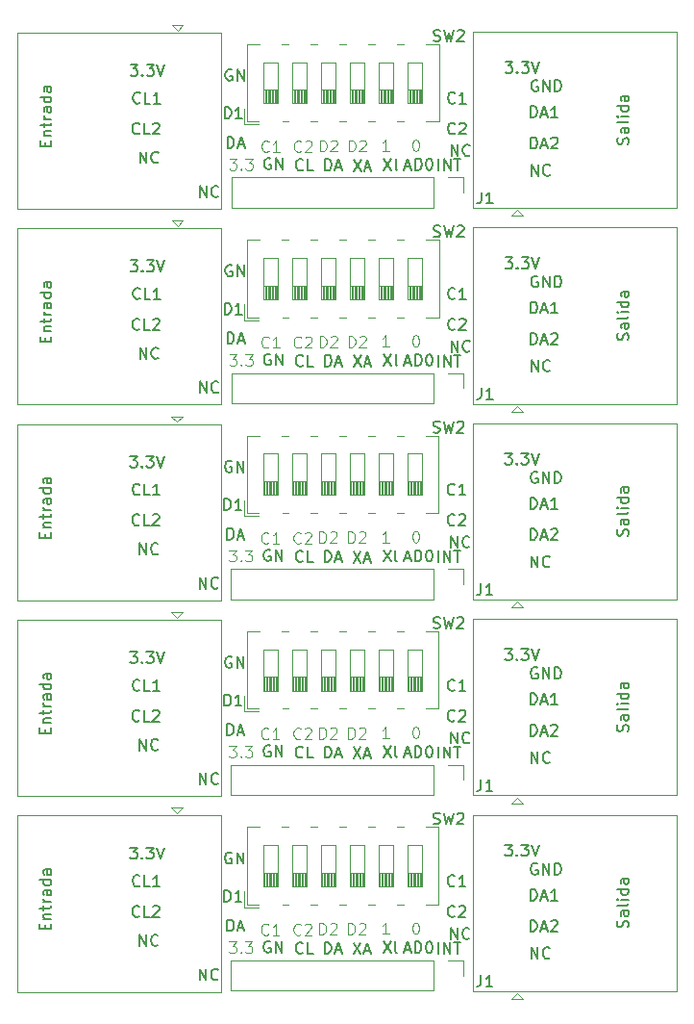
<source format=gbr>
%TF.GenerationSoftware,KiCad,Pcbnew,(6.0.1)*%
%TF.CreationDate,2022-05-22T10:13:31-05:00*%
%TF.ProjectId,modulo_tercera,6d6f6475-6c6f-45f7-9465-72636572612e,rev?*%
%TF.SameCoordinates,Original*%
%TF.FileFunction,Legend,Top*%
%TF.FilePolarity,Positive*%
%FSLAX46Y46*%
G04 Gerber Fmt 4.6, Leading zero omitted, Abs format (unit mm)*
G04 Created by KiCad (PCBNEW (6.0.1)) date 2022-05-22 10:13:31*
%MOMM*%
%LPD*%
G01*
G04 APERTURE LIST*
%ADD10C,0.150000*%
%ADD11C,0.125000*%
%ADD12C,0.120000*%
G04 APERTURE END LIST*
D10*
X80491104Y-102255580D02*
X80491104Y-101255580D01*
X80729200Y-101255580D01*
X80872057Y-101303200D01*
X80967295Y-101398438D01*
X81014914Y-101493676D01*
X81062533Y-101684152D01*
X81062533Y-101827009D01*
X81014914Y-102017485D01*
X80967295Y-102112723D01*
X80872057Y-102207961D01*
X80729200Y-102255580D01*
X80491104Y-102255580D01*
X82014914Y-102255580D02*
X81443485Y-102255580D01*
X81729200Y-102255580D02*
X81729200Y-101255580D01*
X81633961Y-101398438D01*
X81538723Y-101493676D01*
X81443485Y-101541295D01*
X96372514Y-123712266D02*
X96848704Y-123712266D01*
X96277276Y-123997980D02*
X96610609Y-122997980D01*
X96943942Y-123997980D01*
X97277276Y-123997980D02*
X97277276Y-122997980D01*
X97515371Y-122997980D01*
X97658228Y-123045600D01*
X97753466Y-123140838D01*
X97801085Y-123236076D01*
X97848704Y-123426552D01*
X97848704Y-123569409D01*
X97801085Y-123759885D01*
X97753466Y-123855123D01*
X97658228Y-123950361D01*
X97515371Y-123997980D01*
X97277276Y-123997980D01*
X98467752Y-122997980D02*
X98562990Y-122997980D01*
X98658228Y-123045600D01*
X98705847Y-123093219D01*
X98753466Y-123188457D01*
X98801085Y-123378933D01*
X98801085Y-123617028D01*
X98753466Y-123807504D01*
X98705847Y-123902742D01*
X98658228Y-123950361D01*
X98562990Y-123997980D01*
X98467752Y-123997980D01*
X98372514Y-123950361D01*
X98324895Y-123902742D01*
X98277276Y-123807504D01*
X98229657Y-123617028D01*
X98229657Y-123378933D01*
X98277276Y-123188457D01*
X98324895Y-123093219D01*
X98372514Y-123045600D01*
X98467752Y-122997980D01*
X100458685Y-88337563D02*
X100458685Y-87337563D01*
X101030114Y-88337563D01*
X101030114Y-87337563D01*
X102077733Y-88242325D02*
X102030114Y-88289944D01*
X101887257Y-88337563D01*
X101792019Y-88337563D01*
X101649161Y-88289944D01*
X101553923Y-88194706D01*
X101506304Y-88099468D01*
X101458685Y-87908992D01*
X101458685Y-87766135D01*
X101506304Y-87575659D01*
X101553923Y-87480421D01*
X101649161Y-87385183D01*
X101792019Y-87337563D01*
X101887257Y-87337563D01*
X102030114Y-87385183D01*
X102077733Y-87432802D01*
X96372514Y-89271049D02*
X96848704Y-89271049D01*
X96277276Y-89556763D02*
X96610609Y-88556763D01*
X96943942Y-89556763D01*
X97277276Y-89556763D02*
X97277276Y-88556763D01*
X97515371Y-88556763D01*
X97658228Y-88604383D01*
X97753466Y-88699621D01*
X97801085Y-88794859D01*
X97848704Y-88985335D01*
X97848704Y-89128192D01*
X97801085Y-89318668D01*
X97753466Y-89413906D01*
X97658228Y-89509144D01*
X97515371Y-89556763D01*
X97277276Y-89556763D01*
X98467752Y-88556763D02*
X98562990Y-88556763D01*
X98658228Y-88604383D01*
X98705847Y-88652002D01*
X98753466Y-88747240D01*
X98801085Y-88937716D01*
X98801085Y-89175811D01*
X98753466Y-89366287D01*
X98705847Y-89461525D01*
X98658228Y-89509144D01*
X98562990Y-89556763D01*
X98467752Y-89556763D01*
X98372514Y-89509144D01*
X98324895Y-89461525D01*
X98277276Y-89366287D01*
X98229657Y-89175811D01*
X98229657Y-88937716D01*
X98277276Y-88747240D01*
X98324895Y-88652002D01*
X98372514Y-88604383D01*
X98467752Y-88556763D01*
D11*
X88873104Y-87931163D02*
X88873104Y-86931163D01*
X89111200Y-86931163D01*
X89254057Y-86978783D01*
X89349295Y-87074021D01*
X89396914Y-87169259D01*
X89444533Y-87359735D01*
X89444533Y-87502592D01*
X89396914Y-87693068D01*
X89349295Y-87788306D01*
X89254057Y-87883544D01*
X89111200Y-87931163D01*
X88873104Y-87931163D01*
X89825485Y-87026402D02*
X89873104Y-86978783D01*
X89968342Y-86931163D01*
X90206438Y-86931163D01*
X90301676Y-86978783D01*
X90349295Y-87026402D01*
X90396914Y-87121640D01*
X90396914Y-87216878D01*
X90349295Y-87359735D01*
X89777866Y-87931163D01*
X90396914Y-87931163D01*
D10*
X107545242Y-72842380D02*
X107545242Y-71842380D01*
X108116671Y-72842380D01*
X108116671Y-71842380D01*
X109164290Y-72747142D02*
X109116671Y-72794761D01*
X108973814Y-72842380D01*
X108878576Y-72842380D01*
X108735718Y-72794761D01*
X108640480Y-72699523D01*
X108592861Y-72604285D01*
X108545242Y-72413809D01*
X108545242Y-72270952D01*
X108592861Y-72080476D01*
X108640480Y-71985238D01*
X108735718Y-71890000D01*
X108878576Y-71842380D01*
X108973814Y-71842380D01*
X109116671Y-71890000D01*
X109164290Y-71937619D01*
X89327123Y-89607563D02*
X89327123Y-88607563D01*
X89565219Y-88607563D01*
X89708076Y-88655183D01*
X89803314Y-88750421D01*
X89850933Y-88845659D01*
X89898552Y-89036135D01*
X89898552Y-89178992D01*
X89850933Y-89369468D01*
X89803314Y-89464706D01*
X89708076Y-89559944D01*
X89565219Y-89607563D01*
X89327123Y-89607563D01*
X90279504Y-89321849D02*
X90755695Y-89321849D01*
X90184266Y-89607563D02*
X90517600Y-88607563D01*
X90850933Y-89607563D01*
X73063171Y-49175942D02*
X73015552Y-49223561D01*
X72872695Y-49271180D01*
X72777457Y-49271180D01*
X72634600Y-49223561D01*
X72539361Y-49128323D01*
X72491742Y-49033085D01*
X72444123Y-48842609D01*
X72444123Y-48699752D01*
X72491742Y-48509276D01*
X72539361Y-48414038D01*
X72634600Y-48318800D01*
X72777457Y-48271180D01*
X72872695Y-48271180D01*
X73015552Y-48318800D01*
X73063171Y-48366419D01*
X73967933Y-49271180D02*
X73491742Y-49271180D01*
X73491742Y-48271180D01*
X74825076Y-49271180D02*
X74253647Y-49271180D01*
X74539361Y-49271180D02*
X74539361Y-48271180D01*
X74444123Y-48414038D01*
X74348885Y-48509276D01*
X74253647Y-48556895D01*
X107469090Y-70454780D02*
X107469090Y-69454780D01*
X107707185Y-69454780D01*
X107850042Y-69502400D01*
X107945280Y-69597638D01*
X107992899Y-69692876D01*
X108040518Y-69883352D01*
X108040518Y-70026209D01*
X107992899Y-70216685D01*
X107945280Y-70311923D01*
X107850042Y-70407161D01*
X107707185Y-70454780D01*
X107469090Y-70454780D01*
X108421471Y-70169066D02*
X108897661Y-70169066D01*
X108326233Y-70454780D02*
X108659566Y-69454780D01*
X108992899Y-70454780D01*
X109278614Y-69550019D02*
X109326233Y-69502400D01*
X109421471Y-69454780D01*
X109659566Y-69454780D01*
X109754804Y-69502400D01*
X109802423Y-69550019D01*
X109850042Y-69645257D01*
X109850042Y-69740495D01*
X109802423Y-69883352D01*
X109230995Y-70454780D01*
X109850042Y-70454780D01*
X73037771Y-100839542D02*
X72990152Y-100887161D01*
X72847295Y-100934780D01*
X72752057Y-100934780D01*
X72609200Y-100887161D01*
X72513961Y-100791923D01*
X72466342Y-100696685D01*
X72418723Y-100506209D01*
X72418723Y-100363352D01*
X72466342Y-100172876D01*
X72513961Y-100077638D01*
X72609200Y-99982400D01*
X72752057Y-99934780D01*
X72847295Y-99934780D01*
X72990152Y-99982400D01*
X73037771Y-100030019D01*
X73942533Y-100934780D02*
X73466342Y-100934780D01*
X73466342Y-99934780D01*
X74799676Y-100934780D02*
X74228247Y-100934780D01*
X74513961Y-100934780D02*
X74513961Y-99934780D01*
X74418723Y-100077638D01*
X74323485Y-100172876D01*
X74228247Y-100220495D01*
D11*
X84389890Y-70664342D02*
X84342271Y-70711961D01*
X84199414Y-70759580D01*
X84104176Y-70759580D01*
X83961318Y-70711961D01*
X83866080Y-70616723D01*
X83818461Y-70521485D01*
X83770842Y-70331009D01*
X83770842Y-70188152D01*
X83818461Y-69997676D01*
X83866080Y-69902438D01*
X83961318Y-69807200D01*
X84104176Y-69759580D01*
X84199414Y-69759580D01*
X84342271Y-69807200D01*
X84389890Y-69854819D01*
X85342271Y-70759580D02*
X84770842Y-70759580D01*
X85056557Y-70759580D02*
X85056557Y-69759580D01*
X84961318Y-69902438D01*
X84866080Y-69997676D01*
X84770842Y-70045295D01*
X91438504Y-53487580D02*
X91438504Y-52487580D01*
X91676600Y-52487580D01*
X91819457Y-52535200D01*
X91914695Y-52630438D01*
X91962314Y-52725676D01*
X92009933Y-52916152D01*
X92009933Y-53059009D01*
X91962314Y-53249485D01*
X91914695Y-53344723D01*
X91819457Y-53439961D01*
X91676600Y-53487580D01*
X91438504Y-53487580D01*
X92390885Y-52582819D02*
X92438504Y-52535200D01*
X92533742Y-52487580D01*
X92771838Y-52487580D01*
X92867076Y-52535200D01*
X92914695Y-52582819D01*
X92962314Y-52678057D01*
X92962314Y-52773295D01*
X92914695Y-52916152D01*
X92343266Y-53487580D01*
X92962314Y-53487580D01*
D10*
X108051695Y-81703383D02*
X107956457Y-81655763D01*
X107813600Y-81655763D01*
X107670742Y-81703383D01*
X107575504Y-81798621D01*
X107527885Y-81893859D01*
X107480266Y-82084335D01*
X107480266Y-82227192D01*
X107527885Y-82417668D01*
X107575504Y-82512906D01*
X107670742Y-82608144D01*
X107813600Y-82655763D01*
X107908838Y-82655763D01*
X108051695Y-82608144D01*
X108099314Y-82560525D01*
X108099314Y-82227192D01*
X107908838Y-82227192D01*
X108527885Y-82655763D02*
X108527885Y-81655763D01*
X109099314Y-82655763D01*
X109099314Y-81655763D01*
X109575504Y-82655763D02*
X109575504Y-81655763D01*
X109813600Y-81655763D01*
X109956457Y-81703383D01*
X110051695Y-81798621D01*
X110099314Y-81893859D01*
X110146933Y-82084335D01*
X110146933Y-82227192D01*
X110099314Y-82417668D01*
X110051695Y-82512906D01*
X109956457Y-82608144D01*
X109813600Y-82655763D01*
X109575504Y-82655763D01*
X108077052Y-64481000D02*
X107981814Y-64433380D01*
X107838957Y-64433380D01*
X107696099Y-64481000D01*
X107600861Y-64576238D01*
X107553242Y-64671476D01*
X107505623Y-64861952D01*
X107505623Y-65004809D01*
X107553242Y-65195285D01*
X107600861Y-65290523D01*
X107696099Y-65385761D01*
X107838957Y-65433380D01*
X107934195Y-65433380D01*
X108077052Y-65385761D01*
X108124671Y-65338142D01*
X108124671Y-65004809D01*
X107934195Y-65004809D01*
X108553242Y-65433380D02*
X108553242Y-64433380D01*
X109124671Y-65433380D01*
X109124671Y-64433380D01*
X109600861Y-65433380D02*
X109600861Y-64433380D01*
X109838957Y-64433380D01*
X109981814Y-64481000D01*
X110077052Y-64576238D01*
X110124671Y-64671476D01*
X110172290Y-64861952D01*
X110172290Y-65004809D01*
X110124671Y-65195285D01*
X110077052Y-65290523D01*
X109981814Y-65385761D01*
X109838957Y-65433380D01*
X109600861Y-65433380D01*
X100772933Y-100839542D02*
X100725314Y-100887161D01*
X100582457Y-100934780D01*
X100487219Y-100934780D01*
X100344361Y-100887161D01*
X100249123Y-100791923D01*
X100201504Y-100696685D01*
X100153885Y-100506209D01*
X100153885Y-100363352D01*
X100201504Y-100172876D01*
X100249123Y-100077638D01*
X100344361Y-99982400D01*
X100487219Y-99934780D01*
X100582457Y-99934780D01*
X100725314Y-99982400D01*
X100772933Y-100030019D01*
X101725314Y-100934780D02*
X101153885Y-100934780D01*
X101439600Y-100934780D02*
X101439600Y-99934780D01*
X101344361Y-100077638D01*
X101249123Y-100172876D01*
X101153885Y-100220495D01*
X105203809Y-80022363D02*
X105822857Y-80022363D01*
X105489523Y-80403316D01*
X105632380Y-80403316D01*
X105727619Y-80450935D01*
X105775238Y-80498554D01*
X105822857Y-80593792D01*
X105822857Y-80831887D01*
X105775238Y-80927125D01*
X105727619Y-80974744D01*
X105632380Y-81022363D01*
X105346666Y-81022363D01*
X105251428Y-80974744D01*
X105203809Y-80927125D01*
X106251428Y-80927125D02*
X106299047Y-80974744D01*
X106251428Y-81022363D01*
X106203809Y-80974744D01*
X106251428Y-80927125D01*
X106251428Y-81022363D01*
X106632380Y-80022363D02*
X107251428Y-80022363D01*
X106918095Y-80403316D01*
X107060952Y-80403316D01*
X107156190Y-80450935D01*
X107203809Y-80498554D01*
X107251428Y-80593792D01*
X107251428Y-80831887D01*
X107203809Y-80927125D01*
X107156190Y-80974744D01*
X107060952Y-81022363D01*
X106775238Y-81022363D01*
X106680000Y-80974744D01*
X106632380Y-80927125D01*
X107537142Y-80022363D02*
X107870476Y-81022363D01*
X108203809Y-80022363D01*
X105229166Y-62799980D02*
X105848214Y-62799980D01*
X105514880Y-63180933D01*
X105657737Y-63180933D01*
X105752976Y-63228552D01*
X105800595Y-63276171D01*
X105848214Y-63371409D01*
X105848214Y-63609504D01*
X105800595Y-63704742D01*
X105752976Y-63752361D01*
X105657737Y-63799980D01*
X105372023Y-63799980D01*
X105276785Y-63752361D01*
X105229166Y-63704742D01*
X106276785Y-63704742D02*
X106324404Y-63752361D01*
X106276785Y-63799980D01*
X106229166Y-63752361D01*
X106276785Y-63704742D01*
X106276785Y-63799980D01*
X106657737Y-62799980D02*
X107276785Y-62799980D01*
X106943452Y-63180933D01*
X107086309Y-63180933D01*
X107181547Y-63228552D01*
X107229166Y-63276171D01*
X107276785Y-63371409D01*
X107276785Y-63609504D01*
X107229166Y-63704742D01*
X107181547Y-63752361D01*
X107086309Y-63799980D01*
X106800595Y-63799980D01*
X106705357Y-63752361D01*
X106657737Y-63704742D01*
X107562499Y-62799980D02*
X107895833Y-63799980D01*
X108229166Y-62799980D01*
X107443733Y-102153980D02*
X107443733Y-101153980D01*
X107681828Y-101153980D01*
X107824685Y-101201600D01*
X107919923Y-101296838D01*
X107967542Y-101392076D01*
X108015161Y-101582552D01*
X108015161Y-101725409D01*
X107967542Y-101915885D01*
X107919923Y-102011123D01*
X107824685Y-102106361D01*
X107681828Y-102153980D01*
X107443733Y-102153980D01*
X108396114Y-101868266D02*
X108872304Y-101868266D01*
X108300876Y-102153980D02*
X108634209Y-101153980D01*
X108967542Y-102153980D01*
X109824685Y-102153980D02*
X109253257Y-102153980D01*
X109538971Y-102153980D02*
X109538971Y-101153980D01*
X109443733Y-101296838D01*
X109348495Y-101392076D01*
X109253257Y-101439695D01*
X105229209Y-45578780D02*
X105848257Y-45578780D01*
X105514923Y-45959733D01*
X105657780Y-45959733D01*
X105753019Y-46007352D01*
X105800638Y-46054971D01*
X105848257Y-46150209D01*
X105848257Y-46388304D01*
X105800638Y-46483542D01*
X105753019Y-46531161D01*
X105657780Y-46578780D01*
X105372066Y-46578780D01*
X105276828Y-46531161D01*
X105229209Y-46483542D01*
X106276828Y-46483542D02*
X106324447Y-46531161D01*
X106276828Y-46578780D01*
X106229209Y-46531161D01*
X106276828Y-46483542D01*
X106276828Y-46578780D01*
X106657780Y-45578780D02*
X107276828Y-45578780D01*
X106943495Y-45959733D01*
X107086352Y-45959733D01*
X107181590Y-46007352D01*
X107229209Y-46054971D01*
X107276828Y-46150209D01*
X107276828Y-46388304D01*
X107229209Y-46483542D01*
X107181590Y-46531161D01*
X107086352Y-46578780D01*
X106800638Y-46578780D01*
X106705400Y-46531161D01*
X106657780Y-46483542D01*
X107562542Y-45578780D02*
X107895876Y-46578780D01*
X108229209Y-45578780D01*
X89327123Y-106827580D02*
X89327123Y-105827580D01*
X89565219Y-105827580D01*
X89708076Y-105875200D01*
X89803314Y-105970438D01*
X89850933Y-106065676D01*
X89898552Y-106256152D01*
X89898552Y-106399009D01*
X89850933Y-106589485D01*
X89803314Y-106684723D01*
X89708076Y-106779961D01*
X89565219Y-106827580D01*
X89327123Y-106827580D01*
X90279504Y-106541866D02*
X90755695Y-106541866D01*
X90184266Y-106827580D02*
X90517600Y-105827580D01*
X90850933Y-106827580D01*
X73026685Y-106167180D02*
X73026685Y-105167180D01*
X73598114Y-106167180D01*
X73598114Y-105167180D01*
X74645733Y-106071942D02*
X74598114Y-106119561D01*
X74455257Y-106167180D01*
X74360019Y-106167180D01*
X74217161Y-106119561D01*
X74121923Y-106024323D01*
X74074304Y-105929085D01*
X74026685Y-105738609D01*
X74026685Y-105595752D01*
X74074304Y-105405276D01*
X74121923Y-105310038D01*
X74217161Y-105214800D01*
X74360019Y-105167180D01*
X74455257Y-105167180D01*
X74598114Y-105214800D01*
X74645733Y-105262419D01*
D11*
X91438461Y-70708780D02*
X91438461Y-69708780D01*
X91676557Y-69708780D01*
X91819414Y-69756400D01*
X91914652Y-69851638D01*
X91962271Y-69946876D01*
X92009890Y-70137352D01*
X92009890Y-70280209D01*
X91962271Y-70470685D01*
X91914652Y-70565923D01*
X91819414Y-70661161D01*
X91676557Y-70708780D01*
X91438461Y-70708780D01*
X92390842Y-69804019D02*
X92438461Y-69756400D01*
X92533699Y-69708780D01*
X92771795Y-69708780D01*
X92867033Y-69756400D01*
X92914652Y-69804019D01*
X92962271Y-69899257D01*
X92962271Y-69994495D01*
X92914652Y-70137352D01*
X92343223Y-70708780D01*
X92962271Y-70708780D01*
D10*
X87407718Y-72289942D02*
X87360099Y-72337561D01*
X87217242Y-72385180D01*
X87122004Y-72385180D01*
X86979147Y-72337561D01*
X86883909Y-72242323D01*
X86836290Y-72147085D01*
X86788671Y-71956609D01*
X86788671Y-71813752D01*
X86836290Y-71623276D01*
X86883909Y-71528038D01*
X86979147Y-71432800D01*
X87122004Y-71385180D01*
X87217242Y-71385180D01*
X87360099Y-71432800D01*
X87407718Y-71480419D01*
X88312480Y-72385180D02*
X87836290Y-72385180D01*
X87836290Y-71385180D01*
X72986971Y-103531942D02*
X72939352Y-103579561D01*
X72796495Y-103627180D01*
X72701257Y-103627180D01*
X72558400Y-103579561D01*
X72463161Y-103484323D01*
X72415542Y-103389085D01*
X72367923Y-103198609D01*
X72367923Y-103055752D01*
X72415542Y-102865276D01*
X72463161Y-102770038D01*
X72558400Y-102674800D01*
X72701257Y-102627180D01*
X72796495Y-102627180D01*
X72939352Y-102674800D01*
X72986971Y-102722419D01*
X73891733Y-103627180D02*
X73415542Y-103627180D01*
X73415542Y-102627180D01*
X74177447Y-102722419D02*
X74225066Y-102674800D01*
X74320304Y-102627180D01*
X74558400Y-102627180D01*
X74653638Y-102674800D01*
X74701257Y-102722419D01*
X74748876Y-102817657D01*
X74748876Y-102912895D01*
X74701257Y-103055752D01*
X74129828Y-103627180D01*
X74748876Y-103627180D01*
X84523295Y-123002600D02*
X84428057Y-122954980D01*
X84285200Y-122954980D01*
X84142342Y-123002600D01*
X84047104Y-123097838D01*
X83999485Y-123193076D01*
X83951866Y-123383552D01*
X83951866Y-123526409D01*
X83999485Y-123716885D01*
X84047104Y-123812123D01*
X84142342Y-123907361D01*
X84285200Y-123954980D01*
X84380438Y-123954980D01*
X84523295Y-123907361D01*
X84570914Y-123859742D01*
X84570914Y-123526409D01*
X84380438Y-123526409D01*
X84999485Y-123954980D02*
X84999485Y-122954980D01*
X85570914Y-123954980D01*
X85570914Y-122954980D01*
X72986971Y-120753142D02*
X72939352Y-120800761D01*
X72796495Y-120848380D01*
X72701257Y-120848380D01*
X72558400Y-120800761D01*
X72463161Y-120705523D01*
X72415542Y-120610285D01*
X72367923Y-120419809D01*
X72367923Y-120276952D01*
X72415542Y-120086476D01*
X72463161Y-119991238D01*
X72558400Y-119896000D01*
X72701257Y-119848380D01*
X72796495Y-119848380D01*
X72939352Y-119896000D01*
X72986971Y-119943619D01*
X73891733Y-120848380D02*
X73415542Y-120848380D01*
X73415542Y-119848380D01*
X74177447Y-119943619D02*
X74225066Y-119896000D01*
X74320304Y-119848380D01*
X74558400Y-119848380D01*
X74653638Y-119896000D01*
X74701257Y-119943619D01*
X74748876Y-120038857D01*
X74748876Y-120134095D01*
X74701257Y-120276952D01*
X74129828Y-120848380D01*
X74748876Y-120848380D01*
X84548695Y-54117800D02*
X84453457Y-54070180D01*
X84310600Y-54070180D01*
X84167742Y-54117800D01*
X84072504Y-54213038D01*
X84024885Y-54308276D01*
X83977266Y-54498752D01*
X83977266Y-54641609D01*
X84024885Y-54832085D01*
X84072504Y-54927323D01*
X84167742Y-55022561D01*
X84310600Y-55070180D01*
X84405838Y-55070180D01*
X84548695Y-55022561D01*
X84596314Y-54974942D01*
X84596314Y-54641609D01*
X84405838Y-54641609D01*
X85024885Y-55070180D02*
X85024885Y-54070180D01*
X85596314Y-55070180D01*
X85596314Y-54070180D01*
X73037771Y-83619525D02*
X72990152Y-83667144D01*
X72847295Y-83714763D01*
X72752057Y-83714763D01*
X72609200Y-83667144D01*
X72513961Y-83571906D01*
X72466342Y-83476668D01*
X72418723Y-83286192D01*
X72418723Y-83143335D01*
X72466342Y-82952859D01*
X72513961Y-82857621D01*
X72609200Y-82762383D01*
X72752057Y-82714763D01*
X72847295Y-82714763D01*
X72990152Y-82762383D01*
X73037771Y-82810002D01*
X73942533Y-83714763D02*
X73466342Y-83714763D01*
X73466342Y-82714763D01*
X74799676Y-83714763D02*
X74228247Y-83714763D01*
X74513961Y-83714763D02*
X74513961Y-82714763D01*
X74418723Y-82857621D01*
X74323485Y-82952859D01*
X74228247Y-83000478D01*
X73063128Y-66397142D02*
X73015509Y-66444761D01*
X72872652Y-66492380D01*
X72777414Y-66492380D01*
X72634557Y-66444761D01*
X72539318Y-66349523D01*
X72491699Y-66254285D01*
X72444080Y-66063809D01*
X72444080Y-65920952D01*
X72491699Y-65730476D01*
X72539318Y-65635238D01*
X72634557Y-65540000D01*
X72777414Y-65492380D01*
X72872652Y-65492380D01*
X73015509Y-65540000D01*
X73063128Y-65587619D01*
X73967890Y-66492380D02*
X73491699Y-66492380D01*
X73491699Y-65492380D01*
X74825033Y-66492380D02*
X74253604Y-66492380D01*
X74539318Y-66492380D02*
X74539318Y-65492380D01*
X74444080Y-65635238D01*
X74348842Y-65730476D01*
X74253604Y-65778095D01*
X107443733Y-104897180D02*
X107443733Y-103897180D01*
X107681828Y-103897180D01*
X107824685Y-103944800D01*
X107919923Y-104040038D01*
X107967542Y-104135276D01*
X108015161Y-104325752D01*
X108015161Y-104468609D01*
X107967542Y-104659085D01*
X107919923Y-104754323D01*
X107824685Y-104849561D01*
X107681828Y-104897180D01*
X107443733Y-104897180D01*
X108396114Y-104611466D02*
X108872304Y-104611466D01*
X108300876Y-104897180D02*
X108634209Y-103897180D01*
X108967542Y-104897180D01*
X109253257Y-103992419D02*
X109300876Y-103944800D01*
X109396114Y-103897180D01*
X109634209Y-103897180D01*
X109729447Y-103944800D01*
X109777066Y-103992419D01*
X109824685Y-104087657D01*
X109824685Y-104182895D01*
X109777066Y-104325752D01*
X109205638Y-104897180D01*
X109824685Y-104897180D01*
X100458685Y-122778780D02*
X100458685Y-121778780D01*
X101030114Y-122778780D01*
X101030114Y-121778780D01*
X102077733Y-122683542D02*
X102030114Y-122731161D01*
X101887257Y-122778780D01*
X101792019Y-122778780D01*
X101649161Y-122731161D01*
X101553923Y-122635923D01*
X101506304Y-122540685D01*
X101458685Y-122350209D01*
X101458685Y-122207352D01*
X101506304Y-122016876D01*
X101553923Y-121921638D01*
X101649161Y-121826400D01*
X101792019Y-121778780D01*
X101887257Y-121778780D01*
X102030114Y-121826400D01*
X102077733Y-121874019D01*
D11*
X94976914Y-105100380D02*
X94405485Y-105100380D01*
X94691200Y-105100380D02*
X94691200Y-104100380D01*
X94595961Y-104243238D01*
X94500723Y-104338476D01*
X94405485Y-104386095D01*
D10*
X81145052Y-63523600D02*
X81049814Y-63475980D01*
X80906957Y-63475980D01*
X80764099Y-63523600D01*
X80668861Y-63618838D01*
X80621242Y-63714076D01*
X80573623Y-63904552D01*
X80573623Y-64047409D01*
X80621242Y-64237885D01*
X80668861Y-64333123D01*
X80764099Y-64428361D01*
X80906957Y-64475980D01*
X81002195Y-64475980D01*
X81145052Y-64428361D01*
X81192671Y-64380742D01*
X81192671Y-64047409D01*
X81002195Y-64047409D01*
X81621242Y-64475980D02*
X81621242Y-63475980D01*
X82192671Y-64475980D01*
X82192671Y-63475980D01*
D11*
X97310537Y-69657980D02*
X97405776Y-69657980D01*
X97501014Y-69705600D01*
X97548633Y-69753219D01*
X97596252Y-69848457D01*
X97643871Y-70038933D01*
X97643871Y-70277028D01*
X97596252Y-70467504D01*
X97548633Y-70562742D01*
X97501014Y-70610361D01*
X97405776Y-70657980D01*
X97310537Y-70657980D01*
X97215299Y-70610361D01*
X97167680Y-70562742D01*
X97120061Y-70467504D01*
X97072442Y-70277028D01*
X97072442Y-70038933D01*
X97120061Y-69848457D01*
X97167680Y-69753219D01*
X97215299Y-69705600D01*
X97310537Y-69657980D01*
X94976914Y-87880363D02*
X94405485Y-87880363D01*
X94691200Y-87880363D02*
X94691200Y-86880363D01*
X94595961Y-87023221D01*
X94500723Y-87118459D01*
X94405485Y-87166078D01*
D10*
X80767280Y-70403980D02*
X80767280Y-69403980D01*
X81005376Y-69403980D01*
X81148233Y-69451600D01*
X81243471Y-69546838D01*
X81291090Y-69642076D01*
X81338709Y-69832552D01*
X81338709Y-69975409D01*
X81291090Y-70165885D01*
X81243471Y-70261123D01*
X81148233Y-70356361D01*
X81005376Y-70403980D01*
X80767280Y-70403980D01*
X81719661Y-70118266D02*
X82195852Y-70118266D01*
X81624423Y-70403980D02*
X81957757Y-69403980D01*
X82291090Y-70403980D01*
X73026685Y-123388380D02*
X73026685Y-122388380D01*
X73598114Y-123388380D01*
X73598114Y-122388380D01*
X74645733Y-123293142D02*
X74598114Y-123340761D01*
X74455257Y-123388380D01*
X74360019Y-123388380D01*
X74217161Y-123340761D01*
X74121923Y-123245523D01*
X74074304Y-123150285D01*
X74026685Y-122959809D01*
X74026685Y-122816952D01*
X74074304Y-122626476D01*
X74121923Y-122531238D01*
X74217161Y-122436000D01*
X74360019Y-122388380D01*
X74455257Y-122388380D01*
X74598114Y-122436000D01*
X74645733Y-122483619D01*
X80516504Y-50591980D02*
X80516504Y-49591980D01*
X80754600Y-49591980D01*
X80897457Y-49639600D01*
X80992695Y-49734838D01*
X81040314Y-49830076D01*
X81087933Y-50020552D01*
X81087933Y-50163409D01*
X81040314Y-50353885D01*
X80992695Y-50449123D01*
X80897457Y-50544361D01*
X80754600Y-50591980D01*
X80516504Y-50591980D01*
X82040314Y-50591980D02*
X81468885Y-50591980D01*
X81754600Y-50591980D02*
X81754600Y-49591980D01*
X81659361Y-49734838D01*
X81564123Y-49830076D01*
X81468885Y-49877695D01*
D11*
X80892780Y-122997980D02*
X81511828Y-122997980D01*
X81178495Y-123378933D01*
X81321352Y-123378933D01*
X81416590Y-123426552D01*
X81464209Y-123474171D01*
X81511828Y-123569409D01*
X81511828Y-123807504D01*
X81464209Y-123902742D01*
X81416590Y-123950361D01*
X81321352Y-123997980D01*
X81035638Y-123997980D01*
X80940400Y-123950361D01*
X80892780Y-123902742D01*
X81940400Y-123902742D02*
X81988019Y-123950361D01*
X81940400Y-123997980D01*
X81892780Y-123950361D01*
X81940400Y-123902742D01*
X81940400Y-123997980D01*
X82321352Y-122997980D02*
X82940400Y-122997980D01*
X82607066Y-123378933D01*
X82749923Y-123378933D01*
X82845161Y-123426552D01*
X82892780Y-123474171D01*
X82940400Y-123569409D01*
X82940400Y-123807504D01*
X82892780Y-123902742D01*
X82845161Y-123950361D01*
X82749923Y-123997980D01*
X82464209Y-123997980D01*
X82368971Y-123950361D01*
X82321352Y-123902742D01*
X87209333Y-105106742D02*
X87161714Y-105154361D01*
X87018857Y-105201980D01*
X86923619Y-105201980D01*
X86780761Y-105154361D01*
X86685523Y-105059123D01*
X86637904Y-104963885D01*
X86590285Y-104773409D01*
X86590285Y-104630552D01*
X86637904Y-104440076D01*
X86685523Y-104344838D01*
X86780761Y-104249600D01*
X86923619Y-104201980D01*
X87018857Y-104201980D01*
X87161714Y-104249600D01*
X87209333Y-104297219D01*
X87590285Y-104297219D02*
X87637904Y-104249600D01*
X87733142Y-104201980D01*
X87971238Y-104201980D01*
X88066476Y-104249600D01*
X88114095Y-104297219D01*
X88161714Y-104392457D01*
X88161714Y-104487695D01*
X88114095Y-104630552D01*
X87542666Y-105201980D01*
X88161714Y-105201980D01*
D10*
X84523295Y-88561383D02*
X84428057Y-88513763D01*
X84285200Y-88513763D01*
X84142342Y-88561383D01*
X84047104Y-88656621D01*
X83999485Y-88751859D01*
X83951866Y-88942335D01*
X83951866Y-89085192D01*
X83999485Y-89275668D01*
X84047104Y-89370906D01*
X84142342Y-89466144D01*
X84285200Y-89513763D01*
X84380438Y-89513763D01*
X84523295Y-89466144D01*
X84570914Y-89418525D01*
X84570914Y-89085192D01*
X84380438Y-89085192D01*
X84999485Y-89513763D02*
X84999485Y-88513763D01*
X85570914Y-89513763D01*
X85570914Y-88513763D01*
X99349038Y-55163980D02*
X99349038Y-54163980D01*
X99825228Y-55163980D02*
X99825228Y-54163980D01*
X100396657Y-55163980D01*
X100396657Y-54163980D01*
X100729990Y-54163980D02*
X101301419Y-54163980D01*
X101015704Y-55163980D02*
X101015704Y-54163980D01*
X100484085Y-53893980D02*
X100484085Y-52893980D01*
X101055514Y-53893980D01*
X101055514Y-52893980D01*
X102103133Y-53798742D02*
X102055514Y-53846361D01*
X101912657Y-53893980D01*
X101817419Y-53893980D01*
X101674561Y-53846361D01*
X101579323Y-53751123D01*
X101531704Y-53655885D01*
X101484085Y-53465409D01*
X101484085Y-53322552D01*
X101531704Y-53132076D01*
X101579323Y-53036838D01*
X101674561Y-52941600D01*
X101817419Y-52893980D01*
X101912657Y-52893980D01*
X102055514Y-52941600D01*
X102103133Y-52989219D01*
D11*
X91413104Y-105151180D02*
X91413104Y-104151180D01*
X91651200Y-104151180D01*
X91794057Y-104198800D01*
X91889295Y-104294038D01*
X91936914Y-104389276D01*
X91984533Y-104579752D01*
X91984533Y-104722609D01*
X91936914Y-104913085D01*
X91889295Y-105008323D01*
X91794057Y-105103561D01*
X91651200Y-105151180D01*
X91413104Y-105151180D01*
X92365485Y-104246419D02*
X92413104Y-104198800D01*
X92508342Y-104151180D01*
X92746438Y-104151180D01*
X92841676Y-104198800D01*
X92889295Y-104246419D01*
X92936914Y-104341657D01*
X92936914Y-104436895D01*
X92889295Y-104579752D01*
X92317866Y-105151180D01*
X92936914Y-105151180D01*
D10*
X99323638Y-106827580D02*
X99323638Y-105827580D01*
X99799828Y-106827580D02*
X99799828Y-105827580D01*
X100371257Y-106827580D01*
X100371257Y-105827580D01*
X100704590Y-105827580D02*
X101276019Y-105827580D01*
X100990304Y-106827580D02*
X100990304Y-105827580D01*
X80741923Y-87626363D02*
X80741923Y-86626363D01*
X80980019Y-86626363D01*
X81122876Y-86673983D01*
X81218114Y-86769221D01*
X81265733Y-86864459D01*
X81313352Y-87054935D01*
X81313352Y-87197792D01*
X81265733Y-87388268D01*
X81218114Y-87483506D01*
X81122876Y-87578744D01*
X80980019Y-87626363D01*
X80741923Y-87626363D01*
X81694304Y-87340649D02*
X82170495Y-87340649D01*
X81599066Y-87626363D02*
X81932400Y-86626363D01*
X82265733Y-87626363D01*
X78309885Y-109164380D02*
X78309885Y-108164380D01*
X78881314Y-109164380D01*
X78881314Y-108164380D01*
X79928933Y-109069142D02*
X79881314Y-109116761D01*
X79738457Y-109164380D01*
X79643219Y-109164380D01*
X79500361Y-109116761D01*
X79405123Y-109021523D01*
X79357504Y-108926285D01*
X79309885Y-108735809D01*
X79309885Y-108592952D01*
X79357504Y-108402476D01*
X79405123Y-108307238D01*
X79500361Y-108212000D01*
X79643219Y-108164380D01*
X79738457Y-108164380D01*
X79881314Y-108212000D01*
X79928933Y-108259619D01*
X100772933Y-120753142D02*
X100725314Y-120800761D01*
X100582457Y-120848380D01*
X100487219Y-120848380D01*
X100344361Y-120800761D01*
X100249123Y-120705523D01*
X100201504Y-120610285D01*
X100153885Y-120419809D01*
X100153885Y-120276952D01*
X100201504Y-120086476D01*
X100249123Y-119991238D01*
X100344361Y-119896000D01*
X100487219Y-119848380D01*
X100582457Y-119848380D01*
X100725314Y-119896000D01*
X100772933Y-119943619D01*
X101153885Y-119943619D02*
X101201504Y-119896000D01*
X101296742Y-119848380D01*
X101534838Y-119848380D01*
X101630076Y-119896000D01*
X101677695Y-119943619D01*
X101725314Y-120038857D01*
X101725314Y-120134095D01*
X101677695Y-120276952D01*
X101106266Y-120848380D01*
X101725314Y-120848380D01*
X78335242Y-74721980D02*
X78335242Y-73721980D01*
X78906671Y-74721980D01*
X78906671Y-73721980D01*
X79954290Y-74626742D02*
X79906671Y-74674361D01*
X79763814Y-74721980D01*
X79668576Y-74721980D01*
X79525718Y-74674361D01*
X79430480Y-74579123D01*
X79382861Y-74483885D01*
X79335242Y-74293409D01*
X79335242Y-74150552D01*
X79382861Y-73960076D01*
X79430480Y-73864838D01*
X79525718Y-73769600D01*
X79668576Y-73721980D01*
X79763814Y-73721980D01*
X79906671Y-73769600D01*
X79954290Y-73817219D01*
X107545285Y-55621180D02*
X107545285Y-54621180D01*
X108116714Y-55621180D01*
X108116714Y-54621180D01*
X109164333Y-55525942D02*
X109116714Y-55573561D01*
X108973857Y-55621180D01*
X108878619Y-55621180D01*
X108735761Y-55573561D01*
X108640523Y-55478323D01*
X108592904Y-55383085D01*
X108545285Y-55192609D01*
X108545285Y-55049752D01*
X108592904Y-54859276D01*
X108640523Y-54764038D01*
X108735761Y-54668800D01*
X108878619Y-54621180D01*
X108973857Y-54621180D01*
X109116714Y-54668800D01*
X109164333Y-54716419D01*
X94502361Y-88556763D02*
X95169028Y-89556763D01*
X95169028Y-88556763D02*
X94502361Y-89556763D01*
X95692838Y-89556763D02*
X95597600Y-89509144D01*
X95549980Y-89413906D01*
X95549980Y-88556763D01*
X107443733Y-119375180D02*
X107443733Y-118375180D01*
X107681828Y-118375180D01*
X107824685Y-118422800D01*
X107919923Y-118518038D01*
X107967542Y-118613276D01*
X108015161Y-118803752D01*
X108015161Y-118946609D01*
X107967542Y-119137085D01*
X107919923Y-119232323D01*
X107824685Y-119327561D01*
X107681828Y-119375180D01*
X107443733Y-119375180D01*
X108396114Y-119089466D02*
X108872304Y-119089466D01*
X108300876Y-119375180D02*
X108634209Y-118375180D01*
X108967542Y-119375180D01*
X109824685Y-119375180D02*
X109253257Y-119375180D01*
X109538971Y-119375180D02*
X109538971Y-118375180D01*
X109443733Y-118518038D01*
X109348495Y-118613276D01*
X109253257Y-118660895D01*
X107519885Y-124505980D02*
X107519885Y-123505980D01*
X108091314Y-124505980D01*
X108091314Y-123505980D01*
X109138933Y-124410742D02*
X109091314Y-124458361D01*
X108948457Y-124505980D01*
X108853219Y-124505980D01*
X108710361Y-124458361D01*
X108615123Y-124363123D01*
X108567504Y-124267885D01*
X108519885Y-124077409D01*
X108519885Y-123934552D01*
X108567504Y-123744076D01*
X108615123Y-123648838D01*
X108710361Y-123553600D01*
X108853219Y-123505980D01*
X108948457Y-123505980D01*
X109091314Y-123553600D01*
X109138933Y-123601219D01*
X84523295Y-105781400D02*
X84428057Y-105733780D01*
X84285200Y-105733780D01*
X84142342Y-105781400D01*
X84047104Y-105876638D01*
X83999485Y-105971876D01*
X83951866Y-106162352D01*
X83951866Y-106305209D01*
X83999485Y-106495685D01*
X84047104Y-106590923D01*
X84142342Y-106686161D01*
X84285200Y-106733780D01*
X84380438Y-106733780D01*
X84523295Y-106686161D01*
X84570914Y-106638542D01*
X84570914Y-106305209D01*
X84380438Y-106305209D01*
X84999485Y-106733780D02*
X84999485Y-105733780D01*
X85570914Y-106733780D01*
X85570914Y-105733780D01*
X87382361Y-123953542D02*
X87334742Y-124001161D01*
X87191885Y-124048780D01*
X87096647Y-124048780D01*
X86953790Y-124001161D01*
X86858552Y-123905923D01*
X86810933Y-123810685D01*
X86763314Y-123620209D01*
X86763314Y-123477352D01*
X86810933Y-123286876D01*
X86858552Y-123191638D01*
X86953790Y-123096400D01*
X87096647Y-123048780D01*
X87191885Y-123048780D01*
X87334742Y-123096400D01*
X87382361Y-123144019D01*
X88287123Y-124048780D02*
X87810933Y-124048780D01*
X87810933Y-123048780D01*
D11*
X97285180Y-121321580D02*
X97380419Y-121321580D01*
X97475657Y-121369200D01*
X97523276Y-121416819D01*
X97570895Y-121512057D01*
X97618514Y-121702533D01*
X97618514Y-121940628D01*
X97570895Y-122131104D01*
X97523276Y-122226342D01*
X97475657Y-122273961D01*
X97380419Y-122321580D01*
X97285180Y-122321580D01*
X97189942Y-122273961D01*
X97142323Y-122226342D01*
X97094704Y-122131104D01*
X97047085Y-121940628D01*
X97047085Y-121702533D01*
X97094704Y-121512057D01*
X97142323Y-121416819D01*
X97189942Y-121369200D01*
X97285180Y-121321580D01*
D10*
X87382361Y-89512325D02*
X87334742Y-89559944D01*
X87191885Y-89607563D01*
X87096647Y-89607563D01*
X86953790Y-89559944D01*
X86858552Y-89464706D01*
X86810933Y-89369468D01*
X86763314Y-89178992D01*
X86763314Y-89036135D01*
X86810933Y-88845659D01*
X86858552Y-88750421D01*
X86953790Y-88655183D01*
X87096647Y-88607563D01*
X87191885Y-88607563D01*
X87334742Y-88655183D01*
X87382361Y-88702802D01*
X88287123Y-89607563D02*
X87810933Y-89607563D01*
X87810933Y-88607563D01*
D11*
X87234733Y-53443142D02*
X87187114Y-53490761D01*
X87044257Y-53538380D01*
X86949019Y-53538380D01*
X86806161Y-53490761D01*
X86710923Y-53395523D01*
X86663304Y-53300285D01*
X86615685Y-53109809D01*
X86615685Y-52966952D01*
X86663304Y-52776476D01*
X86710923Y-52681238D01*
X86806161Y-52586000D01*
X86949019Y-52538380D01*
X87044257Y-52538380D01*
X87187114Y-52586000D01*
X87234733Y-52633619D01*
X87615685Y-52633619D02*
X87663304Y-52586000D01*
X87758542Y-52538380D01*
X87996638Y-52538380D01*
X88091876Y-52586000D01*
X88139495Y-52633619D01*
X88187114Y-52728857D01*
X88187114Y-52824095D01*
X88139495Y-52966952D01*
X87568066Y-53538380D01*
X88187114Y-53538380D01*
X97310580Y-52436780D02*
X97405819Y-52436780D01*
X97501057Y-52484400D01*
X97548676Y-52532019D01*
X97596295Y-52627257D01*
X97643914Y-52817733D01*
X97643914Y-53055828D01*
X97596295Y-53246304D01*
X97548676Y-53341542D01*
X97501057Y-53389161D01*
X97405819Y-53436780D01*
X97310580Y-53436780D01*
X97215342Y-53389161D01*
X97167723Y-53341542D01*
X97120104Y-53246304D01*
X97072485Y-53055828D01*
X97072485Y-52817733D01*
X97120104Y-52627257D01*
X97167723Y-52532019D01*
X97215342Y-52484400D01*
X97310580Y-52436780D01*
D10*
X80516461Y-67813180D02*
X80516461Y-66813180D01*
X80754557Y-66813180D01*
X80897414Y-66860800D01*
X80992652Y-66956038D01*
X81040271Y-67051276D01*
X81087890Y-67241752D01*
X81087890Y-67384609D01*
X81040271Y-67575085D01*
X80992652Y-67670323D01*
X80897414Y-67765561D01*
X80754557Y-67813180D01*
X80516461Y-67813180D01*
X82040271Y-67813180D02*
X81468842Y-67813180D01*
X81754557Y-67813180D02*
X81754557Y-66813180D01*
X81659318Y-66956038D01*
X81564080Y-67051276D01*
X81468842Y-67098895D01*
X73052085Y-54503580D02*
X73052085Y-53503580D01*
X73623514Y-54503580D01*
X73623514Y-53503580D01*
X74671133Y-54408342D02*
X74623514Y-54455961D01*
X74480657Y-54503580D01*
X74385419Y-54503580D01*
X74242561Y-54455961D01*
X74147323Y-54360723D01*
X74099704Y-54265485D01*
X74052085Y-54075009D01*
X74052085Y-53932152D01*
X74099704Y-53741676D01*
X74147323Y-53646438D01*
X74242561Y-53551200D01*
X74385419Y-53503580D01*
X74480657Y-53503580D01*
X74623514Y-53551200D01*
X74671133Y-53598819D01*
X108051695Y-98923400D02*
X107956457Y-98875780D01*
X107813600Y-98875780D01*
X107670742Y-98923400D01*
X107575504Y-99018638D01*
X107527885Y-99113876D01*
X107480266Y-99304352D01*
X107480266Y-99447209D01*
X107527885Y-99637685D01*
X107575504Y-99732923D01*
X107670742Y-99828161D01*
X107813600Y-99875780D01*
X107908838Y-99875780D01*
X108051695Y-99828161D01*
X108099314Y-99780542D01*
X108099314Y-99447209D01*
X107908838Y-99447209D01*
X108527885Y-99875780D02*
X108527885Y-98875780D01*
X109099314Y-99875780D01*
X109099314Y-98875780D01*
X109575504Y-99875780D02*
X109575504Y-98875780D01*
X109813600Y-98875780D01*
X109956457Y-98923400D01*
X110051695Y-99018638D01*
X110099314Y-99113876D01*
X110146933Y-99304352D01*
X110146933Y-99447209D01*
X110099314Y-99637685D01*
X110051695Y-99732923D01*
X109956457Y-99828161D01*
X109813600Y-99875780D01*
X109575504Y-99875780D01*
X80491104Y-119476780D02*
X80491104Y-118476780D01*
X80729200Y-118476780D01*
X80872057Y-118524400D01*
X80967295Y-118619638D01*
X81014914Y-118714876D01*
X81062533Y-118905352D01*
X81062533Y-119048209D01*
X81014914Y-119238685D01*
X80967295Y-119333923D01*
X80872057Y-119429161D01*
X80729200Y-119476780D01*
X80491104Y-119476780D01*
X82014914Y-119476780D02*
X81443485Y-119476780D01*
X81729200Y-119476780D02*
X81729200Y-118476780D01*
X81633961Y-118619638D01*
X81538723Y-118714876D01*
X81443485Y-118762495D01*
X80767323Y-53182780D02*
X80767323Y-52182780D01*
X81005419Y-52182780D01*
X81148276Y-52230400D01*
X81243514Y-52325638D01*
X81291133Y-52420876D01*
X81338752Y-52611352D01*
X81338752Y-52754209D01*
X81291133Y-52944685D01*
X81243514Y-53039923D01*
X81148276Y-53135161D01*
X81005419Y-53182780D01*
X80767323Y-53182780D01*
X81719704Y-52897066D02*
X82195895Y-52897066D01*
X81624466Y-53182780D02*
X81957800Y-52182780D01*
X82291133Y-53182780D01*
D11*
X80918180Y-54113180D02*
X81537228Y-54113180D01*
X81203895Y-54494133D01*
X81346752Y-54494133D01*
X81441990Y-54541752D01*
X81489609Y-54589371D01*
X81537228Y-54684609D01*
X81537228Y-54922704D01*
X81489609Y-55017942D01*
X81441990Y-55065561D01*
X81346752Y-55113180D01*
X81061038Y-55113180D01*
X80965800Y-55065561D01*
X80918180Y-55017942D01*
X81965800Y-55017942D02*
X82013419Y-55065561D01*
X81965800Y-55113180D01*
X81918180Y-55065561D01*
X81965800Y-55017942D01*
X81965800Y-55113180D01*
X82346752Y-54113180D02*
X82965800Y-54113180D01*
X82632466Y-54494133D01*
X82775323Y-54494133D01*
X82870561Y-54541752D01*
X82918180Y-54589371D01*
X82965800Y-54684609D01*
X82965800Y-54922704D01*
X82918180Y-55017942D01*
X82870561Y-55065561D01*
X82775323Y-55113180D01*
X82489609Y-55113180D01*
X82394371Y-55065561D01*
X82346752Y-55017942D01*
D10*
X73026685Y-88947163D02*
X73026685Y-87947163D01*
X73598114Y-88947163D01*
X73598114Y-87947163D01*
X74645733Y-88851925D02*
X74598114Y-88899544D01*
X74455257Y-88947163D01*
X74360019Y-88947163D01*
X74217161Y-88899544D01*
X74121923Y-88804306D01*
X74074304Y-88709068D01*
X74026685Y-88518592D01*
X74026685Y-88375735D01*
X74074304Y-88185259D01*
X74121923Y-88090021D01*
X74217161Y-87994783D01*
X74360019Y-87947163D01*
X74455257Y-87947163D01*
X74598114Y-87994783D01*
X74645733Y-88042402D01*
X91846495Y-105878380D02*
X92513161Y-106878380D01*
X92513161Y-105878380D02*
X91846495Y-106878380D01*
X92846495Y-106592666D02*
X93322685Y-106592666D01*
X92751257Y-106878380D02*
X93084590Y-105878380D01*
X93417923Y-106878380D01*
D11*
X80892780Y-105776780D02*
X81511828Y-105776780D01*
X81178495Y-106157733D01*
X81321352Y-106157733D01*
X81416590Y-106205352D01*
X81464209Y-106252971D01*
X81511828Y-106348209D01*
X81511828Y-106586304D01*
X81464209Y-106681542D01*
X81416590Y-106729161D01*
X81321352Y-106776780D01*
X81035638Y-106776780D01*
X80940400Y-106729161D01*
X80892780Y-106681542D01*
X81940400Y-106681542D02*
X81988019Y-106729161D01*
X81940400Y-106776780D01*
X81892780Y-106729161D01*
X81940400Y-106681542D01*
X81940400Y-106776780D01*
X82321352Y-105776780D02*
X82940400Y-105776780D01*
X82607066Y-106157733D01*
X82749923Y-106157733D01*
X82845161Y-106205352D01*
X82892780Y-106252971D01*
X82940400Y-106348209D01*
X82940400Y-106586304D01*
X82892780Y-106681542D01*
X82845161Y-106729161D01*
X82749923Y-106776780D01*
X82464209Y-106776780D01*
X82368971Y-106729161D01*
X82321352Y-106681542D01*
D10*
X99323638Y-124048780D02*
X99323638Y-123048780D01*
X99799828Y-124048780D02*
X99799828Y-123048780D01*
X100371257Y-124048780D01*
X100371257Y-123048780D01*
X100704590Y-123048780D02*
X101276019Y-123048780D01*
X100990304Y-124048780D02*
X100990304Y-123048780D01*
X78309885Y-126385580D02*
X78309885Y-125385580D01*
X78881314Y-126385580D01*
X78881314Y-125385580D01*
X79928933Y-126290342D02*
X79881314Y-126337961D01*
X79738457Y-126385580D01*
X79643219Y-126385580D01*
X79500361Y-126337961D01*
X79405123Y-126242723D01*
X79357504Y-126147485D01*
X79309885Y-125957009D01*
X79309885Y-125814152D01*
X79357504Y-125623676D01*
X79405123Y-125528438D01*
X79500361Y-125433200D01*
X79643219Y-125385580D01*
X79738457Y-125385580D01*
X79881314Y-125433200D01*
X79928933Y-125480819D01*
X100772933Y-86311925D02*
X100725314Y-86359544D01*
X100582457Y-86407163D01*
X100487219Y-86407163D01*
X100344361Y-86359544D01*
X100249123Y-86264306D01*
X100201504Y-86169068D01*
X100153885Y-85978592D01*
X100153885Y-85835735D01*
X100201504Y-85645259D01*
X100249123Y-85550021D01*
X100344361Y-85454783D01*
X100487219Y-85407163D01*
X100582457Y-85407163D01*
X100725314Y-85454783D01*
X100772933Y-85502402D01*
X101153885Y-85502402D02*
X101201504Y-85454783D01*
X101296742Y-85407163D01*
X101534838Y-85407163D01*
X101630076Y-85454783D01*
X101677695Y-85502402D01*
X101725314Y-85597640D01*
X101725314Y-85692878D01*
X101677695Y-85835735D01*
X101106266Y-86407163D01*
X101725314Y-86407163D01*
D11*
X87209333Y-122327942D02*
X87161714Y-122375561D01*
X87018857Y-122423180D01*
X86923619Y-122423180D01*
X86780761Y-122375561D01*
X86685523Y-122280323D01*
X86637904Y-122185085D01*
X86590285Y-121994609D01*
X86590285Y-121851752D01*
X86637904Y-121661276D01*
X86685523Y-121566038D01*
X86780761Y-121470800D01*
X86923619Y-121423180D01*
X87018857Y-121423180D01*
X87161714Y-121470800D01*
X87209333Y-121518419D01*
X87590285Y-121518419D02*
X87637904Y-121470800D01*
X87733142Y-121423180D01*
X87971238Y-121423180D01*
X88066476Y-121470800D01*
X88114095Y-121518419D01*
X88161714Y-121613657D01*
X88161714Y-121708895D01*
X88114095Y-121851752D01*
X87542666Y-122423180D01*
X88161714Y-122423180D01*
X88898504Y-53487580D02*
X88898504Y-52487580D01*
X89136600Y-52487580D01*
X89279457Y-52535200D01*
X89374695Y-52630438D01*
X89422314Y-52725676D01*
X89469933Y-52916152D01*
X89469933Y-53059009D01*
X89422314Y-53249485D01*
X89374695Y-53344723D01*
X89279457Y-53439961D01*
X89136600Y-53487580D01*
X88898504Y-53487580D01*
X89850885Y-52582819D02*
X89898504Y-52535200D01*
X89993742Y-52487580D01*
X90231838Y-52487580D01*
X90327076Y-52535200D01*
X90374695Y-52582819D01*
X90422314Y-52678057D01*
X90422314Y-52773295D01*
X90374695Y-52916152D01*
X89803266Y-53487580D01*
X90422314Y-53487580D01*
D10*
X72209166Y-63053980D02*
X72828214Y-63053980D01*
X72494880Y-63434933D01*
X72637737Y-63434933D01*
X72732976Y-63482552D01*
X72780595Y-63530171D01*
X72828214Y-63625409D01*
X72828214Y-63863504D01*
X72780595Y-63958742D01*
X72732976Y-64006361D01*
X72637737Y-64053980D01*
X72352023Y-64053980D01*
X72256785Y-64006361D01*
X72209166Y-63958742D01*
X73256785Y-63958742D02*
X73304404Y-64006361D01*
X73256785Y-64053980D01*
X73209166Y-64006361D01*
X73256785Y-63958742D01*
X73256785Y-64053980D01*
X73637737Y-63053980D02*
X74256785Y-63053980D01*
X73923452Y-63434933D01*
X74066309Y-63434933D01*
X74161547Y-63482552D01*
X74209166Y-63530171D01*
X74256785Y-63625409D01*
X74256785Y-63863504D01*
X74209166Y-63958742D01*
X74161547Y-64006361D01*
X74066309Y-64053980D01*
X73780595Y-64053980D01*
X73685357Y-64006361D01*
X73637737Y-63958742D01*
X74542499Y-63053980D02*
X74875833Y-64053980D01*
X75209166Y-63053980D01*
X73037771Y-118060742D02*
X72990152Y-118108361D01*
X72847295Y-118155980D01*
X72752057Y-118155980D01*
X72609200Y-118108361D01*
X72513961Y-118013123D01*
X72466342Y-117917885D01*
X72418723Y-117727409D01*
X72418723Y-117584552D01*
X72466342Y-117394076D01*
X72513961Y-117298838D01*
X72609200Y-117203600D01*
X72752057Y-117155980D01*
X72847295Y-117155980D01*
X72990152Y-117203600D01*
X73037771Y-117251219D01*
X73942533Y-118155980D02*
X73466342Y-118155980D01*
X73466342Y-117155980D01*
X74799676Y-118155980D02*
X74228247Y-118155980D01*
X74513961Y-118155980D02*
X74513961Y-117155980D01*
X74418723Y-117298838D01*
X74323485Y-117394076D01*
X74228247Y-117441695D01*
X80741923Y-122067580D02*
X80741923Y-121067580D01*
X80980019Y-121067580D01*
X81122876Y-121115200D01*
X81218114Y-121210438D01*
X81265733Y-121305676D01*
X81313352Y-121496152D01*
X81313352Y-121639009D01*
X81265733Y-121829485D01*
X81218114Y-121924723D01*
X81122876Y-122019961D01*
X80980019Y-122067580D01*
X80741923Y-122067580D01*
X81694304Y-121781866D02*
X82170495Y-121781866D01*
X81599066Y-122067580D02*
X81932400Y-121067580D01*
X82265733Y-122067580D01*
X99323638Y-89607563D02*
X99323638Y-88607563D01*
X99799828Y-89607563D02*
X99799828Y-88607563D01*
X100371257Y-89607563D01*
X100371257Y-88607563D01*
X100704590Y-88607563D02*
X101276019Y-88607563D01*
X100990304Y-89607563D02*
X100990304Y-88607563D01*
X89327123Y-124048780D02*
X89327123Y-123048780D01*
X89565219Y-123048780D01*
X89708076Y-123096400D01*
X89803314Y-123191638D01*
X89850933Y-123286876D01*
X89898552Y-123477352D01*
X89898552Y-123620209D01*
X89850933Y-123810685D01*
X89803314Y-123905923D01*
X89708076Y-124001161D01*
X89565219Y-124048780D01*
X89327123Y-124048780D01*
X90279504Y-123763066D02*
X90755695Y-123763066D01*
X90184266Y-124048780D02*
X90517600Y-123048780D01*
X90850933Y-124048780D01*
D11*
X87209333Y-87886725D02*
X87161714Y-87934344D01*
X87018857Y-87981963D01*
X86923619Y-87981963D01*
X86780761Y-87934344D01*
X86685523Y-87839106D01*
X86637904Y-87743868D01*
X86590285Y-87553392D01*
X86590285Y-87410535D01*
X86637904Y-87220059D01*
X86685523Y-87124821D01*
X86780761Y-87029583D01*
X86923619Y-86981963D01*
X87018857Y-86981963D01*
X87161714Y-87029583D01*
X87209333Y-87077202D01*
X87590285Y-87077202D02*
X87637904Y-87029583D01*
X87733142Y-86981963D01*
X87971238Y-86981963D01*
X88066476Y-87029583D01*
X88114095Y-87077202D01*
X88161714Y-87172440D01*
X88161714Y-87267678D01*
X88114095Y-87410535D01*
X87542666Y-87981963D01*
X88161714Y-87981963D01*
D10*
X73012328Y-69089542D02*
X72964709Y-69137161D01*
X72821852Y-69184780D01*
X72726614Y-69184780D01*
X72583757Y-69137161D01*
X72488518Y-69041923D01*
X72440899Y-68946685D01*
X72393280Y-68756209D01*
X72393280Y-68613352D01*
X72440899Y-68422876D01*
X72488518Y-68327638D01*
X72583757Y-68232400D01*
X72726614Y-68184780D01*
X72821852Y-68184780D01*
X72964709Y-68232400D01*
X73012328Y-68280019D01*
X73917090Y-69184780D02*
X73440899Y-69184780D01*
X73440899Y-68184780D01*
X74202804Y-68280019D02*
X74250423Y-68232400D01*
X74345661Y-68184780D01*
X74583757Y-68184780D01*
X74678995Y-68232400D01*
X74726614Y-68280019D01*
X74774233Y-68375257D01*
X74774233Y-68470495D01*
X74726614Y-68613352D01*
X74155185Y-69184780D01*
X74774233Y-69184780D01*
X78309885Y-91944363D02*
X78309885Y-90944363D01*
X78881314Y-91944363D01*
X78881314Y-90944363D01*
X79928933Y-91849125D02*
X79881314Y-91896744D01*
X79738457Y-91944363D01*
X79643219Y-91944363D01*
X79500361Y-91896744D01*
X79405123Y-91801506D01*
X79357504Y-91706268D01*
X79309885Y-91515792D01*
X79309885Y-91372935D01*
X79357504Y-91182459D01*
X79405123Y-91087221D01*
X79500361Y-90991983D01*
X79643219Y-90944363D01*
X79738457Y-90944363D01*
X79881314Y-90991983D01*
X79928933Y-91039602D01*
X108077095Y-47259800D02*
X107981857Y-47212180D01*
X107839000Y-47212180D01*
X107696142Y-47259800D01*
X107600904Y-47355038D01*
X107553285Y-47450276D01*
X107505666Y-47640752D01*
X107505666Y-47783609D01*
X107553285Y-47974085D01*
X107600904Y-48069323D01*
X107696142Y-48164561D01*
X107839000Y-48212180D01*
X107934238Y-48212180D01*
X108077095Y-48164561D01*
X108124714Y-48116942D01*
X108124714Y-47783609D01*
X107934238Y-47783609D01*
X108553285Y-48212180D02*
X108553285Y-47212180D01*
X109124714Y-48212180D01*
X109124714Y-47212180D01*
X109600904Y-48212180D02*
X109600904Y-47212180D01*
X109839000Y-47212180D01*
X109981857Y-47259800D01*
X110077095Y-47355038D01*
X110124714Y-47450276D01*
X110172333Y-47640752D01*
X110172333Y-47783609D01*
X110124714Y-47974085D01*
X110077095Y-48069323D01*
X109981857Y-48164561D01*
X109839000Y-48212180D01*
X109600904Y-48212180D01*
X81145095Y-46302400D02*
X81049857Y-46254780D01*
X80907000Y-46254780D01*
X80764142Y-46302400D01*
X80668904Y-46397638D01*
X80621285Y-46492876D01*
X80573666Y-46683352D01*
X80573666Y-46826209D01*
X80621285Y-47016685D01*
X80668904Y-47111923D01*
X80764142Y-47207161D01*
X80907000Y-47254780D01*
X81002238Y-47254780D01*
X81145095Y-47207161D01*
X81192714Y-47159542D01*
X81192714Y-46826209D01*
X81002238Y-46826209D01*
X81621285Y-47254780D02*
X81621285Y-46254780D01*
X82192714Y-47254780D01*
X82192714Y-46254780D01*
X96397914Y-54827466D02*
X96874104Y-54827466D01*
X96302676Y-55113180D02*
X96636009Y-54113180D01*
X96969342Y-55113180D01*
X97302676Y-55113180D02*
X97302676Y-54113180D01*
X97540771Y-54113180D01*
X97683628Y-54160800D01*
X97778866Y-54256038D01*
X97826485Y-54351276D01*
X97874104Y-54541752D01*
X97874104Y-54684609D01*
X97826485Y-54875085D01*
X97778866Y-54970323D01*
X97683628Y-55065561D01*
X97540771Y-55113180D01*
X97302676Y-55113180D01*
X98493152Y-54113180D02*
X98588390Y-54113180D01*
X98683628Y-54160800D01*
X98731247Y-54208419D01*
X98778866Y-54303657D01*
X98826485Y-54494133D01*
X98826485Y-54732228D01*
X98778866Y-54922704D01*
X98731247Y-55017942D01*
X98683628Y-55065561D01*
X98588390Y-55113180D01*
X98493152Y-55113180D01*
X98397914Y-55065561D01*
X98350295Y-55017942D01*
X98302676Y-54922704D01*
X98255057Y-54732228D01*
X98255057Y-54494133D01*
X98302676Y-54303657D01*
X98350295Y-54208419D01*
X98397914Y-54160800D01*
X98493152Y-54113180D01*
X72183809Y-97496380D02*
X72802857Y-97496380D01*
X72469523Y-97877333D01*
X72612380Y-97877333D01*
X72707619Y-97924952D01*
X72755238Y-97972571D01*
X72802857Y-98067809D01*
X72802857Y-98305904D01*
X72755238Y-98401142D01*
X72707619Y-98448761D01*
X72612380Y-98496380D01*
X72326666Y-98496380D01*
X72231428Y-98448761D01*
X72183809Y-98401142D01*
X73231428Y-98401142D02*
X73279047Y-98448761D01*
X73231428Y-98496380D01*
X73183809Y-98448761D01*
X73231428Y-98401142D01*
X73231428Y-98496380D01*
X73612380Y-97496380D02*
X74231428Y-97496380D01*
X73898095Y-97877333D01*
X74040952Y-97877333D01*
X74136190Y-97924952D01*
X74183809Y-97972571D01*
X74231428Y-98067809D01*
X74231428Y-98305904D01*
X74183809Y-98401142D01*
X74136190Y-98448761D01*
X74040952Y-98496380D01*
X73755238Y-98496380D01*
X73660000Y-98448761D01*
X73612380Y-98401142D01*
X74517142Y-97496380D02*
X74850476Y-98496380D01*
X75183809Y-97496380D01*
X107443733Y-84933963D02*
X107443733Y-83933963D01*
X107681828Y-83933963D01*
X107824685Y-83981583D01*
X107919923Y-84076821D01*
X107967542Y-84172059D01*
X108015161Y-84362535D01*
X108015161Y-84505392D01*
X107967542Y-84695868D01*
X107919923Y-84791106D01*
X107824685Y-84886344D01*
X107681828Y-84933963D01*
X107443733Y-84933963D01*
X108396114Y-84648249D02*
X108872304Y-84648249D01*
X108300876Y-84933963D02*
X108634209Y-83933963D01*
X108967542Y-84933963D01*
X109824685Y-84933963D02*
X109253257Y-84933963D01*
X109538971Y-84933963D02*
X109538971Y-83933963D01*
X109443733Y-84076821D01*
X109348495Y-84172059D01*
X109253257Y-84219678D01*
D11*
X80892780Y-88556763D02*
X81511828Y-88556763D01*
X81178495Y-88937716D01*
X81321352Y-88937716D01*
X81416590Y-88985335D01*
X81464209Y-89032954D01*
X81511828Y-89128192D01*
X81511828Y-89366287D01*
X81464209Y-89461525D01*
X81416590Y-89509144D01*
X81321352Y-89556763D01*
X81035638Y-89556763D01*
X80940400Y-89509144D01*
X80892780Y-89461525D01*
X81940400Y-89461525D02*
X81988019Y-89509144D01*
X81940400Y-89556763D01*
X81892780Y-89509144D01*
X81940400Y-89461525D01*
X81940400Y-89556763D01*
X82321352Y-88556763D02*
X82940400Y-88556763D01*
X82607066Y-88937716D01*
X82749923Y-88937716D01*
X82845161Y-88985335D01*
X82892780Y-89032954D01*
X82940400Y-89128192D01*
X82940400Y-89366287D01*
X82892780Y-89461525D01*
X82845161Y-89509144D01*
X82749923Y-89556763D01*
X82464209Y-89556763D01*
X82368971Y-89509144D01*
X82321352Y-89461525D01*
X80918137Y-71334380D02*
X81537185Y-71334380D01*
X81203852Y-71715333D01*
X81346709Y-71715333D01*
X81441947Y-71762952D01*
X81489566Y-71810571D01*
X81537185Y-71905809D01*
X81537185Y-72143904D01*
X81489566Y-72239142D01*
X81441947Y-72286761D01*
X81346709Y-72334380D01*
X81060995Y-72334380D01*
X80965757Y-72286761D01*
X80918137Y-72239142D01*
X81965757Y-72239142D02*
X82013376Y-72286761D01*
X81965757Y-72334380D01*
X81918137Y-72286761D01*
X81965757Y-72239142D01*
X81965757Y-72334380D01*
X82346709Y-71334380D02*
X82965757Y-71334380D01*
X82632423Y-71715333D01*
X82775280Y-71715333D01*
X82870518Y-71762952D01*
X82918137Y-71810571D01*
X82965757Y-71905809D01*
X82965757Y-72143904D01*
X82918137Y-72239142D01*
X82870518Y-72286761D01*
X82775280Y-72334380D01*
X82489566Y-72334380D01*
X82394328Y-72286761D01*
X82346709Y-72239142D01*
D10*
X89352480Y-72385180D02*
X89352480Y-71385180D01*
X89590576Y-71385180D01*
X89733433Y-71432800D01*
X89828671Y-71528038D01*
X89876290Y-71623276D01*
X89923909Y-71813752D01*
X89923909Y-71956609D01*
X89876290Y-72147085D01*
X89828671Y-72242323D01*
X89733433Y-72337561D01*
X89590576Y-72385180D01*
X89352480Y-72385180D01*
X90304861Y-72099466D02*
X90781052Y-72099466D01*
X90209623Y-72385180D02*
X90542957Y-71385180D01*
X90876290Y-72385180D01*
X100798290Y-69089542D02*
X100750671Y-69137161D01*
X100607814Y-69184780D01*
X100512576Y-69184780D01*
X100369718Y-69137161D01*
X100274480Y-69041923D01*
X100226861Y-68946685D01*
X100179242Y-68756209D01*
X100179242Y-68613352D01*
X100226861Y-68422876D01*
X100274480Y-68327638D01*
X100369718Y-68232400D01*
X100512576Y-68184780D01*
X100607814Y-68184780D01*
X100750671Y-68232400D01*
X100798290Y-68280019D01*
X101179242Y-68280019D02*
X101226861Y-68232400D01*
X101322099Y-68184780D01*
X101560195Y-68184780D01*
X101655433Y-68232400D01*
X101703052Y-68280019D01*
X101750671Y-68375257D01*
X101750671Y-68470495D01*
X101703052Y-68613352D01*
X101131623Y-69184780D01*
X101750671Y-69184780D01*
X87382361Y-106732342D02*
X87334742Y-106779961D01*
X87191885Y-106827580D01*
X87096647Y-106827580D01*
X86953790Y-106779961D01*
X86858552Y-106684723D01*
X86810933Y-106589485D01*
X86763314Y-106399009D01*
X86763314Y-106256152D01*
X86810933Y-106065676D01*
X86858552Y-105970438D01*
X86953790Y-105875200D01*
X87096647Y-105827580D01*
X87191885Y-105827580D01*
X87334742Y-105875200D01*
X87382361Y-105922819D01*
X88287123Y-106827580D02*
X87810933Y-106827580D01*
X87810933Y-105827580D01*
X91871895Y-54214780D02*
X92538561Y-55214780D01*
X92538561Y-54214780D02*
X91871895Y-55214780D01*
X92871895Y-54929066D02*
X93348085Y-54929066D01*
X92776657Y-55214780D02*
X93109990Y-54214780D01*
X93443323Y-55214780D01*
X105203809Y-114463580D02*
X105822857Y-114463580D01*
X105489523Y-114844533D01*
X105632380Y-114844533D01*
X105727619Y-114892152D01*
X105775238Y-114939771D01*
X105822857Y-115035009D01*
X105822857Y-115273104D01*
X105775238Y-115368342D01*
X105727619Y-115415961D01*
X105632380Y-115463580D01*
X105346666Y-115463580D01*
X105251428Y-115415961D01*
X105203809Y-115368342D01*
X106251428Y-115368342D02*
X106299047Y-115415961D01*
X106251428Y-115463580D01*
X106203809Y-115415961D01*
X106251428Y-115368342D01*
X106251428Y-115463580D01*
X106632380Y-114463580D02*
X107251428Y-114463580D01*
X106918095Y-114844533D01*
X107060952Y-114844533D01*
X107156190Y-114892152D01*
X107203809Y-114939771D01*
X107251428Y-115035009D01*
X107251428Y-115273104D01*
X107203809Y-115368342D01*
X107156190Y-115415961D01*
X107060952Y-115463580D01*
X106775238Y-115463580D01*
X106680000Y-115415961D01*
X106632380Y-115368342D01*
X107537142Y-114463580D02*
X107870476Y-115463580D01*
X108203809Y-114463580D01*
D11*
X84364533Y-122327942D02*
X84316914Y-122375561D01*
X84174057Y-122423180D01*
X84078819Y-122423180D01*
X83935961Y-122375561D01*
X83840723Y-122280323D01*
X83793104Y-122185085D01*
X83745485Y-121994609D01*
X83745485Y-121851752D01*
X83793104Y-121661276D01*
X83840723Y-121566038D01*
X83935961Y-121470800D01*
X84078819Y-121423180D01*
X84174057Y-121423180D01*
X84316914Y-121470800D01*
X84364533Y-121518419D01*
X85316914Y-122423180D02*
X84745485Y-122423180D01*
X85031200Y-122423180D02*
X85031200Y-121423180D01*
X84935961Y-121566038D01*
X84840723Y-121661276D01*
X84745485Y-121708895D01*
X88873104Y-105151180D02*
X88873104Y-104151180D01*
X89111200Y-104151180D01*
X89254057Y-104198800D01*
X89349295Y-104294038D01*
X89396914Y-104389276D01*
X89444533Y-104579752D01*
X89444533Y-104722609D01*
X89396914Y-104913085D01*
X89349295Y-105008323D01*
X89254057Y-105103561D01*
X89111200Y-105151180D01*
X88873104Y-105151180D01*
X89825485Y-104246419D02*
X89873104Y-104198800D01*
X89968342Y-104151180D01*
X90206438Y-104151180D01*
X90301676Y-104198800D01*
X90349295Y-104246419D01*
X90396914Y-104341657D01*
X90396914Y-104436895D01*
X90349295Y-104579752D01*
X89777866Y-105151180D01*
X90396914Y-105151180D01*
D10*
X100772933Y-103531942D02*
X100725314Y-103579561D01*
X100582457Y-103627180D01*
X100487219Y-103627180D01*
X100344361Y-103579561D01*
X100249123Y-103484323D01*
X100201504Y-103389085D01*
X100153885Y-103198609D01*
X100153885Y-103055752D01*
X100201504Y-102865276D01*
X100249123Y-102770038D01*
X100344361Y-102674800D01*
X100487219Y-102627180D01*
X100582457Y-102627180D01*
X100725314Y-102674800D01*
X100772933Y-102722419D01*
X101153885Y-102722419D02*
X101201504Y-102674800D01*
X101296742Y-102627180D01*
X101534838Y-102627180D01*
X101630076Y-102674800D01*
X101677695Y-102722419D01*
X101725314Y-102817657D01*
X101725314Y-102912895D01*
X101677695Y-103055752D01*
X101106266Y-103627180D01*
X101725314Y-103627180D01*
D11*
X97285180Y-104100380D02*
X97380419Y-104100380D01*
X97475657Y-104148000D01*
X97523276Y-104195619D01*
X97570895Y-104290857D01*
X97618514Y-104481333D01*
X97618514Y-104719428D01*
X97570895Y-104909904D01*
X97523276Y-105005142D01*
X97475657Y-105052761D01*
X97380419Y-105100380D01*
X97285180Y-105100380D01*
X97189942Y-105052761D01*
X97142323Y-105005142D01*
X97094704Y-104909904D01*
X97047085Y-104719428D01*
X97047085Y-104481333D01*
X97094704Y-104290857D01*
X97142323Y-104195619D01*
X97189942Y-104148000D01*
X97285180Y-104100380D01*
D10*
X94502361Y-105776780D02*
X95169028Y-106776780D01*
X95169028Y-105776780D02*
X94502361Y-106776780D01*
X95692838Y-106776780D02*
X95597600Y-106729161D01*
X95549980Y-106633923D01*
X95549980Y-105776780D01*
X108051695Y-116144600D02*
X107956457Y-116096980D01*
X107813600Y-116096980D01*
X107670742Y-116144600D01*
X107575504Y-116239838D01*
X107527885Y-116335076D01*
X107480266Y-116525552D01*
X107480266Y-116668409D01*
X107527885Y-116858885D01*
X107575504Y-116954123D01*
X107670742Y-117049361D01*
X107813600Y-117096980D01*
X107908838Y-117096980D01*
X108051695Y-117049361D01*
X108099314Y-117001742D01*
X108099314Y-116668409D01*
X107908838Y-116668409D01*
X108527885Y-117096980D02*
X108527885Y-116096980D01*
X109099314Y-117096980D01*
X109099314Y-116096980D01*
X109575504Y-117096980D02*
X109575504Y-116096980D01*
X109813600Y-116096980D01*
X109956457Y-116144600D01*
X110051695Y-116239838D01*
X110099314Y-116335076D01*
X110146933Y-116525552D01*
X110146933Y-116668409D01*
X110099314Y-116858885D01*
X110051695Y-116954123D01*
X109956457Y-117049361D01*
X109813600Y-117096980D01*
X109575504Y-117096980D01*
D11*
X95002314Y-53436780D02*
X94430885Y-53436780D01*
X94716600Y-53436780D02*
X94716600Y-52436780D01*
X94621361Y-52579638D01*
X94526123Y-52674876D01*
X94430885Y-52722495D01*
D10*
X100458685Y-105557580D02*
X100458685Y-104557580D01*
X101030114Y-105557580D01*
X101030114Y-104557580D01*
X102077733Y-105462342D02*
X102030114Y-105509961D01*
X101887257Y-105557580D01*
X101792019Y-105557580D01*
X101649161Y-105509961D01*
X101553923Y-105414723D01*
X101506304Y-105319485D01*
X101458685Y-105129009D01*
X101458685Y-104986152D01*
X101506304Y-104795676D01*
X101553923Y-104700438D01*
X101649161Y-104605200D01*
X101792019Y-104557580D01*
X101887257Y-104557580D01*
X102030114Y-104605200D01*
X102077733Y-104652819D01*
X94527718Y-71334380D02*
X95194385Y-72334380D01*
X95194385Y-71334380D02*
X94527718Y-72334380D01*
X95718195Y-72334380D02*
X95622957Y-72286761D01*
X95575337Y-72191523D01*
X95575337Y-71334380D01*
X96372514Y-106491066D02*
X96848704Y-106491066D01*
X96277276Y-106776780D02*
X96610609Y-105776780D01*
X96943942Y-106776780D01*
X97277276Y-106776780D02*
X97277276Y-105776780D01*
X97515371Y-105776780D01*
X97658228Y-105824400D01*
X97753466Y-105919638D01*
X97801085Y-106014876D01*
X97848704Y-106205352D01*
X97848704Y-106348209D01*
X97801085Y-106538685D01*
X97753466Y-106633923D01*
X97658228Y-106729161D01*
X97515371Y-106776780D01*
X97277276Y-106776780D01*
X98467752Y-105776780D02*
X98562990Y-105776780D01*
X98658228Y-105824400D01*
X98705847Y-105872019D01*
X98753466Y-105967257D01*
X98801085Y-106157733D01*
X98801085Y-106395828D01*
X98753466Y-106586304D01*
X98705847Y-106681542D01*
X98658228Y-106729161D01*
X98562990Y-106776780D01*
X98467752Y-106776780D01*
X98372514Y-106729161D01*
X98324895Y-106681542D01*
X98277276Y-106586304D01*
X98229657Y-106395828D01*
X98229657Y-106157733D01*
X98277276Y-105967257D01*
X98324895Y-105872019D01*
X98372514Y-105824400D01*
X98467752Y-105776780D01*
D11*
X84389933Y-53443142D02*
X84342314Y-53490761D01*
X84199457Y-53538380D01*
X84104219Y-53538380D01*
X83961361Y-53490761D01*
X83866123Y-53395523D01*
X83818504Y-53300285D01*
X83770885Y-53109809D01*
X83770885Y-52966952D01*
X83818504Y-52776476D01*
X83866123Y-52681238D01*
X83961361Y-52586000D01*
X84104219Y-52538380D01*
X84199457Y-52538380D01*
X84342314Y-52586000D01*
X84389933Y-52633619D01*
X85342314Y-53538380D02*
X84770885Y-53538380D01*
X85056600Y-53538380D02*
X85056600Y-52538380D01*
X84961361Y-52681238D01*
X84866123Y-52776476D01*
X84770885Y-52824095D01*
D10*
X72209209Y-45832780D02*
X72828257Y-45832780D01*
X72494923Y-46213733D01*
X72637780Y-46213733D01*
X72733019Y-46261352D01*
X72780638Y-46308971D01*
X72828257Y-46404209D01*
X72828257Y-46642304D01*
X72780638Y-46737542D01*
X72733019Y-46785161D01*
X72637780Y-46832780D01*
X72352066Y-46832780D01*
X72256828Y-46785161D01*
X72209209Y-46737542D01*
X73256828Y-46737542D02*
X73304447Y-46785161D01*
X73256828Y-46832780D01*
X73209209Y-46785161D01*
X73256828Y-46737542D01*
X73256828Y-46832780D01*
X73637780Y-45832780D02*
X74256828Y-45832780D01*
X73923495Y-46213733D01*
X74066352Y-46213733D01*
X74161590Y-46261352D01*
X74209209Y-46308971D01*
X74256828Y-46404209D01*
X74256828Y-46642304D01*
X74209209Y-46737542D01*
X74161590Y-46785161D01*
X74066352Y-46832780D01*
X73780638Y-46832780D01*
X73685400Y-46785161D01*
X73637780Y-46737542D01*
X74542542Y-45832780D02*
X74875876Y-46832780D01*
X75209209Y-45832780D01*
X100772933Y-118060742D02*
X100725314Y-118108361D01*
X100582457Y-118155980D01*
X100487219Y-118155980D01*
X100344361Y-118108361D01*
X100249123Y-118013123D01*
X100201504Y-117917885D01*
X100153885Y-117727409D01*
X100153885Y-117584552D01*
X100201504Y-117394076D01*
X100249123Y-117298838D01*
X100344361Y-117203600D01*
X100487219Y-117155980D01*
X100582457Y-117155980D01*
X100725314Y-117203600D01*
X100772933Y-117251219D01*
X101725314Y-118155980D02*
X101153885Y-118155980D01*
X101439600Y-118155980D02*
X101439600Y-117155980D01*
X101344361Y-117298838D01*
X101249123Y-117394076D01*
X101153885Y-117441695D01*
X100798333Y-51868342D02*
X100750714Y-51915961D01*
X100607857Y-51963580D01*
X100512619Y-51963580D01*
X100369761Y-51915961D01*
X100274523Y-51820723D01*
X100226904Y-51725485D01*
X100179285Y-51535009D01*
X100179285Y-51392152D01*
X100226904Y-51201676D01*
X100274523Y-51106438D01*
X100369761Y-51011200D01*
X100512619Y-50963580D01*
X100607857Y-50963580D01*
X100750714Y-51011200D01*
X100798333Y-51058819D01*
X101179285Y-51058819D02*
X101226904Y-51011200D01*
X101322142Y-50963580D01*
X101560238Y-50963580D01*
X101655476Y-51011200D01*
X101703095Y-51058819D01*
X101750714Y-51154057D01*
X101750714Y-51249295D01*
X101703095Y-51392152D01*
X101131666Y-51963580D01*
X101750714Y-51963580D01*
X91846495Y-123099580D02*
X92513161Y-124099580D01*
X92513161Y-123099580D02*
X91846495Y-124099580D01*
X92846495Y-123813866D02*
X93322685Y-123813866D01*
X92751257Y-124099580D02*
X93084590Y-123099580D01*
X93417923Y-124099580D01*
X107443733Y-122118380D02*
X107443733Y-121118380D01*
X107681828Y-121118380D01*
X107824685Y-121166000D01*
X107919923Y-121261238D01*
X107967542Y-121356476D01*
X108015161Y-121546952D01*
X108015161Y-121689809D01*
X107967542Y-121880285D01*
X107919923Y-121975523D01*
X107824685Y-122070761D01*
X107681828Y-122118380D01*
X107443733Y-122118380D01*
X108396114Y-121832666D02*
X108872304Y-121832666D01*
X108300876Y-122118380D02*
X108634209Y-121118380D01*
X108967542Y-122118380D01*
X109253257Y-121213619D02*
X109300876Y-121166000D01*
X109396114Y-121118380D01*
X109634209Y-121118380D01*
X109729447Y-121166000D01*
X109777066Y-121213619D01*
X109824685Y-121308857D01*
X109824685Y-121404095D01*
X109777066Y-121546952D01*
X109205638Y-122118380D01*
X109824685Y-122118380D01*
X107519885Y-107284780D02*
X107519885Y-106284780D01*
X108091314Y-107284780D01*
X108091314Y-106284780D01*
X109138933Y-107189542D02*
X109091314Y-107237161D01*
X108948457Y-107284780D01*
X108853219Y-107284780D01*
X108710361Y-107237161D01*
X108615123Y-107141923D01*
X108567504Y-107046685D01*
X108519885Y-106856209D01*
X108519885Y-106713352D01*
X108567504Y-106522876D01*
X108615123Y-106427638D01*
X108710361Y-106332400D01*
X108853219Y-106284780D01*
X108948457Y-106284780D01*
X109091314Y-106332400D01*
X109138933Y-106380019D01*
X107469133Y-50490380D02*
X107469133Y-49490380D01*
X107707228Y-49490380D01*
X107850085Y-49538000D01*
X107945323Y-49633238D01*
X107992942Y-49728476D01*
X108040561Y-49918952D01*
X108040561Y-50061809D01*
X107992942Y-50252285D01*
X107945323Y-50347523D01*
X107850085Y-50442761D01*
X107707228Y-50490380D01*
X107469133Y-50490380D01*
X108421514Y-50204666D02*
X108897704Y-50204666D01*
X108326276Y-50490380D02*
X108659609Y-49490380D01*
X108992942Y-50490380D01*
X109850085Y-50490380D02*
X109278657Y-50490380D01*
X109564371Y-50490380D02*
X109564371Y-49490380D01*
X109469133Y-49633238D01*
X109373895Y-49728476D01*
X109278657Y-49776095D01*
X84548652Y-71339000D02*
X84453414Y-71291380D01*
X84310557Y-71291380D01*
X84167699Y-71339000D01*
X84072461Y-71434238D01*
X84024842Y-71529476D01*
X83977223Y-71719952D01*
X83977223Y-71862809D01*
X84024842Y-72053285D01*
X84072461Y-72148523D01*
X84167699Y-72243761D01*
X84310557Y-72291380D01*
X84405795Y-72291380D01*
X84548652Y-72243761D01*
X84596271Y-72196142D01*
X84596271Y-71862809D01*
X84405795Y-71862809D01*
X85024842Y-72291380D02*
X85024842Y-71291380D01*
X85596271Y-72291380D01*
X85596271Y-71291380D01*
X72183809Y-114717580D02*
X72802857Y-114717580D01*
X72469523Y-115098533D01*
X72612380Y-115098533D01*
X72707619Y-115146152D01*
X72755238Y-115193771D01*
X72802857Y-115289009D01*
X72802857Y-115527104D01*
X72755238Y-115622342D01*
X72707619Y-115669961D01*
X72612380Y-115717580D01*
X72326666Y-115717580D01*
X72231428Y-115669961D01*
X72183809Y-115622342D01*
X73231428Y-115622342D02*
X73279047Y-115669961D01*
X73231428Y-115717580D01*
X73183809Y-115669961D01*
X73231428Y-115622342D01*
X73231428Y-115717580D01*
X73612380Y-114717580D02*
X74231428Y-114717580D01*
X73898095Y-115098533D01*
X74040952Y-115098533D01*
X74136190Y-115146152D01*
X74183809Y-115193771D01*
X74231428Y-115289009D01*
X74231428Y-115527104D01*
X74183809Y-115622342D01*
X74136190Y-115669961D01*
X74040952Y-115717580D01*
X73755238Y-115717580D01*
X73660000Y-115669961D01*
X73612380Y-115622342D01*
X74517142Y-114717580D02*
X74850476Y-115717580D01*
X75183809Y-114717580D01*
X100484042Y-71115180D02*
X100484042Y-70115180D01*
X101055471Y-71115180D01*
X101055471Y-70115180D01*
X102103090Y-71019942D02*
X102055471Y-71067561D01*
X101912614Y-71115180D01*
X101817376Y-71115180D01*
X101674518Y-71067561D01*
X101579280Y-70972323D01*
X101531661Y-70877085D01*
X101484042Y-70686609D01*
X101484042Y-70543752D01*
X101531661Y-70353276D01*
X101579280Y-70258038D01*
X101674518Y-70162800D01*
X101817376Y-70115180D01*
X101912614Y-70115180D01*
X102055471Y-70162800D01*
X102103090Y-70210419D01*
D11*
X94976914Y-122321580D02*
X94405485Y-122321580D01*
X94691200Y-122321580D02*
X94691200Y-121321580D01*
X94595961Y-121464438D01*
X94500723Y-121559676D01*
X94405485Y-121607295D01*
D10*
X89352523Y-55163980D02*
X89352523Y-54163980D01*
X89590619Y-54163980D01*
X89733476Y-54211600D01*
X89828714Y-54306838D01*
X89876333Y-54402076D01*
X89923952Y-54592552D01*
X89923952Y-54735409D01*
X89876333Y-54925885D01*
X89828714Y-55021123D01*
X89733476Y-55116361D01*
X89590619Y-55163980D01*
X89352523Y-55163980D01*
X90304904Y-54878266D02*
X90781095Y-54878266D01*
X90209666Y-55163980D02*
X90543000Y-54163980D01*
X90876333Y-55163980D01*
X72986971Y-86311925D02*
X72939352Y-86359544D01*
X72796495Y-86407163D01*
X72701257Y-86407163D01*
X72558400Y-86359544D01*
X72463161Y-86264306D01*
X72415542Y-86169068D01*
X72367923Y-85978592D01*
X72367923Y-85835735D01*
X72415542Y-85645259D01*
X72463161Y-85550021D01*
X72558400Y-85454783D01*
X72701257Y-85407163D01*
X72796495Y-85407163D01*
X72939352Y-85454783D01*
X72986971Y-85502402D01*
X73891733Y-86407163D02*
X73415542Y-86407163D01*
X73415542Y-85407163D01*
X74177447Y-85502402D02*
X74225066Y-85454783D01*
X74320304Y-85407163D01*
X74558400Y-85407163D01*
X74653638Y-85454783D01*
X74701257Y-85502402D01*
X74748876Y-85597640D01*
X74748876Y-85692878D01*
X74701257Y-85835735D01*
X74129828Y-86407163D01*
X74748876Y-86407163D01*
X94527761Y-54113180D02*
X95194428Y-55113180D01*
X95194428Y-54113180D02*
X94527761Y-55113180D01*
X95718238Y-55113180D02*
X95623000Y-55065561D01*
X95575380Y-54970323D01*
X95575380Y-54113180D01*
D11*
X91413104Y-122372380D02*
X91413104Y-121372380D01*
X91651200Y-121372380D01*
X91794057Y-121420000D01*
X91889295Y-121515238D01*
X91936914Y-121610476D01*
X91984533Y-121800952D01*
X91984533Y-121943809D01*
X91936914Y-122134285D01*
X91889295Y-122229523D01*
X91794057Y-122324761D01*
X91651200Y-122372380D01*
X91413104Y-122372380D01*
X92365485Y-121467619D02*
X92413104Y-121420000D01*
X92508342Y-121372380D01*
X92746438Y-121372380D01*
X92841676Y-121420000D01*
X92889295Y-121467619D01*
X92936914Y-121562857D01*
X92936914Y-121658095D01*
X92889295Y-121800952D01*
X92317866Y-122372380D01*
X92936914Y-122372380D01*
D10*
X96397871Y-72048666D02*
X96874061Y-72048666D01*
X96302633Y-72334380D02*
X96635966Y-71334380D01*
X96969299Y-72334380D01*
X97302633Y-72334380D02*
X97302633Y-71334380D01*
X97540728Y-71334380D01*
X97683585Y-71382000D01*
X97778823Y-71477238D01*
X97826442Y-71572476D01*
X97874061Y-71762952D01*
X97874061Y-71905809D01*
X97826442Y-72096285D01*
X97778823Y-72191523D01*
X97683585Y-72286761D01*
X97540728Y-72334380D01*
X97302633Y-72334380D01*
X98493109Y-71334380D02*
X98588347Y-71334380D01*
X98683585Y-71382000D01*
X98731204Y-71429619D01*
X98778823Y-71524857D01*
X98826442Y-71715333D01*
X98826442Y-71953428D01*
X98778823Y-72143904D01*
X98731204Y-72239142D01*
X98683585Y-72286761D01*
X98588347Y-72334380D01*
X98493109Y-72334380D01*
X98397871Y-72286761D01*
X98350252Y-72239142D01*
X98302633Y-72143904D01*
X98255014Y-71953428D01*
X98255014Y-71715333D01*
X98302633Y-71524857D01*
X98350252Y-71429619D01*
X98397871Y-71382000D01*
X98493109Y-71334380D01*
D11*
X97285180Y-86880363D02*
X97380419Y-86880363D01*
X97475657Y-86927983D01*
X97523276Y-86975602D01*
X97570895Y-87070840D01*
X97618514Y-87261316D01*
X97618514Y-87499411D01*
X97570895Y-87689887D01*
X97523276Y-87785125D01*
X97475657Y-87832744D01*
X97380419Y-87880363D01*
X97285180Y-87880363D01*
X97189942Y-87832744D01*
X97142323Y-87785125D01*
X97094704Y-87689887D01*
X97047085Y-87499411D01*
X97047085Y-87261316D01*
X97094704Y-87070840D01*
X97142323Y-86975602D01*
X97189942Y-86927983D01*
X97285180Y-86880363D01*
D10*
X105203809Y-97242380D02*
X105822857Y-97242380D01*
X105489523Y-97623333D01*
X105632380Y-97623333D01*
X105727619Y-97670952D01*
X105775238Y-97718571D01*
X105822857Y-97813809D01*
X105822857Y-98051904D01*
X105775238Y-98147142D01*
X105727619Y-98194761D01*
X105632380Y-98242380D01*
X105346666Y-98242380D01*
X105251428Y-98194761D01*
X105203809Y-98147142D01*
X106251428Y-98147142D02*
X106299047Y-98194761D01*
X106251428Y-98242380D01*
X106203809Y-98194761D01*
X106251428Y-98147142D01*
X106251428Y-98242380D01*
X106632380Y-97242380D02*
X107251428Y-97242380D01*
X106918095Y-97623333D01*
X107060952Y-97623333D01*
X107156190Y-97670952D01*
X107203809Y-97718571D01*
X107251428Y-97813809D01*
X107251428Y-98051904D01*
X107203809Y-98147142D01*
X107156190Y-98194761D01*
X107060952Y-98242380D01*
X106775238Y-98242380D01*
X106680000Y-98194761D01*
X106632380Y-98147142D01*
X107537142Y-97242380D02*
X107870476Y-98242380D01*
X108203809Y-97242380D01*
X81119695Y-80745983D02*
X81024457Y-80698363D01*
X80881600Y-80698363D01*
X80738742Y-80745983D01*
X80643504Y-80841221D01*
X80595885Y-80936459D01*
X80548266Y-81126935D01*
X80548266Y-81269792D01*
X80595885Y-81460268D01*
X80643504Y-81555506D01*
X80738742Y-81650744D01*
X80881600Y-81698363D01*
X80976838Y-81698363D01*
X81119695Y-81650744D01*
X81167314Y-81603125D01*
X81167314Y-81269792D01*
X80976838Y-81269792D01*
X81595885Y-81698363D02*
X81595885Y-80698363D01*
X82167314Y-81698363D01*
X82167314Y-80698363D01*
D11*
X88898461Y-70708780D02*
X88898461Y-69708780D01*
X89136557Y-69708780D01*
X89279414Y-69756400D01*
X89374652Y-69851638D01*
X89422271Y-69946876D01*
X89469890Y-70137352D01*
X89469890Y-70280209D01*
X89422271Y-70470685D01*
X89374652Y-70565923D01*
X89279414Y-70661161D01*
X89136557Y-70708780D01*
X88898461Y-70708780D01*
X89850842Y-69804019D02*
X89898461Y-69756400D01*
X89993699Y-69708780D01*
X90231795Y-69708780D01*
X90327033Y-69756400D01*
X90374652Y-69804019D01*
X90422271Y-69899257D01*
X90422271Y-69994495D01*
X90374652Y-70137352D01*
X89803223Y-70708780D01*
X90422271Y-70708780D01*
D10*
X99348995Y-72385180D02*
X99348995Y-71385180D01*
X99825185Y-72385180D02*
X99825185Y-71385180D01*
X100396614Y-72385180D01*
X100396614Y-71385180D01*
X100729947Y-71385180D02*
X101301376Y-71385180D01*
X101015661Y-72385180D02*
X101015661Y-71385180D01*
X72183809Y-80276363D02*
X72802857Y-80276363D01*
X72469523Y-80657316D01*
X72612380Y-80657316D01*
X72707619Y-80704935D01*
X72755238Y-80752554D01*
X72802857Y-80847792D01*
X72802857Y-81085887D01*
X72755238Y-81181125D01*
X72707619Y-81228744D01*
X72612380Y-81276363D01*
X72326666Y-81276363D01*
X72231428Y-81228744D01*
X72183809Y-81181125D01*
X73231428Y-81181125D02*
X73279047Y-81228744D01*
X73231428Y-81276363D01*
X73183809Y-81228744D01*
X73231428Y-81181125D01*
X73231428Y-81276363D01*
X73612380Y-80276363D02*
X74231428Y-80276363D01*
X73898095Y-80657316D01*
X74040952Y-80657316D01*
X74136190Y-80704935D01*
X74183809Y-80752554D01*
X74231428Y-80847792D01*
X74231428Y-81085887D01*
X74183809Y-81181125D01*
X74136190Y-81228744D01*
X74040952Y-81276363D01*
X73755238Y-81276363D01*
X73660000Y-81228744D01*
X73612380Y-81181125D01*
X74517142Y-80276363D02*
X74850476Y-81276363D01*
X75183809Y-80276363D01*
D11*
X84364533Y-105106742D02*
X84316914Y-105154361D01*
X84174057Y-105201980D01*
X84078819Y-105201980D01*
X83935961Y-105154361D01*
X83840723Y-105059123D01*
X83793104Y-104963885D01*
X83745485Y-104773409D01*
X83745485Y-104630552D01*
X83793104Y-104440076D01*
X83840723Y-104344838D01*
X83935961Y-104249600D01*
X84078819Y-104201980D01*
X84174057Y-104201980D01*
X84316914Y-104249600D01*
X84364533Y-104297219D01*
X85316914Y-105201980D02*
X84745485Y-105201980D01*
X85031200Y-105201980D02*
X85031200Y-104201980D01*
X84935961Y-104344838D01*
X84840723Y-104440076D01*
X84745485Y-104487695D01*
D10*
X107469133Y-53233580D02*
X107469133Y-52233580D01*
X107707228Y-52233580D01*
X107850085Y-52281200D01*
X107945323Y-52376438D01*
X107992942Y-52471676D01*
X108040561Y-52662152D01*
X108040561Y-52805009D01*
X107992942Y-52995485D01*
X107945323Y-53090723D01*
X107850085Y-53185961D01*
X107707228Y-53233580D01*
X107469133Y-53233580D01*
X108421514Y-52947866D02*
X108897704Y-52947866D01*
X108326276Y-53233580D02*
X108659609Y-52233580D01*
X108992942Y-53233580D01*
X109278657Y-52328819D02*
X109326276Y-52281200D01*
X109421514Y-52233580D01*
X109659609Y-52233580D01*
X109754847Y-52281200D01*
X109802466Y-52328819D01*
X109850085Y-52424057D01*
X109850085Y-52519295D01*
X109802466Y-52662152D01*
X109231038Y-53233580D01*
X109850085Y-53233580D01*
X100772933Y-83619525D02*
X100725314Y-83667144D01*
X100582457Y-83714763D01*
X100487219Y-83714763D01*
X100344361Y-83667144D01*
X100249123Y-83571906D01*
X100201504Y-83476668D01*
X100153885Y-83286192D01*
X100153885Y-83143335D01*
X100201504Y-82952859D01*
X100249123Y-82857621D01*
X100344361Y-82762383D01*
X100487219Y-82714763D01*
X100582457Y-82714763D01*
X100725314Y-82762383D01*
X100772933Y-82810002D01*
X101725314Y-83714763D02*
X101153885Y-83714763D01*
X101439600Y-83714763D02*
X101439600Y-82714763D01*
X101344361Y-82857621D01*
X101249123Y-82952859D01*
X101153885Y-83000478D01*
X107443733Y-87677163D02*
X107443733Y-86677163D01*
X107681828Y-86677163D01*
X107824685Y-86724783D01*
X107919923Y-86820021D01*
X107967542Y-86915259D01*
X108015161Y-87105735D01*
X108015161Y-87248592D01*
X107967542Y-87439068D01*
X107919923Y-87534306D01*
X107824685Y-87629544D01*
X107681828Y-87677163D01*
X107443733Y-87677163D01*
X108396114Y-87391449D02*
X108872304Y-87391449D01*
X108300876Y-87677163D02*
X108634209Y-86677163D01*
X108967542Y-87677163D01*
X109253257Y-86772402D02*
X109300876Y-86724783D01*
X109396114Y-86677163D01*
X109634209Y-86677163D01*
X109729447Y-86724783D01*
X109777066Y-86772402D01*
X109824685Y-86867640D01*
X109824685Y-86962878D01*
X109777066Y-87105735D01*
X109205638Y-87677163D01*
X109824685Y-87677163D01*
X81119695Y-97966000D02*
X81024457Y-97918380D01*
X80881600Y-97918380D01*
X80738742Y-97966000D01*
X80643504Y-98061238D01*
X80595885Y-98156476D01*
X80548266Y-98346952D01*
X80548266Y-98489809D01*
X80595885Y-98680285D01*
X80643504Y-98775523D01*
X80738742Y-98870761D01*
X80881600Y-98918380D01*
X80976838Y-98918380D01*
X81119695Y-98870761D01*
X81167314Y-98823142D01*
X81167314Y-98489809D01*
X80976838Y-98489809D01*
X81595885Y-98918380D02*
X81595885Y-97918380D01*
X82167314Y-98918380D01*
X82167314Y-97918380D01*
X87407761Y-55068742D02*
X87360142Y-55116361D01*
X87217285Y-55163980D01*
X87122047Y-55163980D01*
X86979190Y-55116361D01*
X86883952Y-55021123D01*
X86836333Y-54925885D01*
X86788714Y-54735409D01*
X86788714Y-54592552D01*
X86836333Y-54402076D01*
X86883952Y-54306838D01*
X86979190Y-54211600D01*
X87122047Y-54163980D01*
X87217285Y-54163980D01*
X87360142Y-54211600D01*
X87407761Y-54259219D01*
X88312523Y-55163980D02*
X87836333Y-55163980D01*
X87836333Y-54163980D01*
X78335285Y-57500780D02*
X78335285Y-56500780D01*
X78906714Y-57500780D01*
X78906714Y-56500780D01*
X79954333Y-57405542D02*
X79906714Y-57453161D01*
X79763857Y-57500780D01*
X79668619Y-57500780D01*
X79525761Y-57453161D01*
X79430523Y-57357923D01*
X79382904Y-57262685D01*
X79335285Y-57072209D01*
X79335285Y-56929352D01*
X79382904Y-56738876D01*
X79430523Y-56643638D01*
X79525761Y-56548400D01*
X79668619Y-56500780D01*
X79763857Y-56500780D01*
X79906714Y-56548400D01*
X79954333Y-56596019D01*
X80741923Y-104846380D02*
X80741923Y-103846380D01*
X80980019Y-103846380D01*
X81122876Y-103894000D01*
X81218114Y-103989238D01*
X81265733Y-104084476D01*
X81313352Y-104274952D01*
X81313352Y-104417809D01*
X81265733Y-104608285D01*
X81218114Y-104703523D01*
X81122876Y-104798761D01*
X80980019Y-104846380D01*
X80741923Y-104846380D01*
X81694304Y-104560666D02*
X82170495Y-104560666D01*
X81599066Y-104846380D02*
X81932400Y-103846380D01*
X82265733Y-104846380D01*
X81119695Y-115187200D02*
X81024457Y-115139580D01*
X80881600Y-115139580D01*
X80738742Y-115187200D01*
X80643504Y-115282438D01*
X80595885Y-115377676D01*
X80548266Y-115568152D01*
X80548266Y-115711009D01*
X80595885Y-115901485D01*
X80643504Y-115996723D01*
X80738742Y-116091961D01*
X80881600Y-116139580D01*
X80976838Y-116139580D01*
X81119695Y-116091961D01*
X81167314Y-116044342D01*
X81167314Y-115711009D01*
X80976838Y-115711009D01*
X81595885Y-116139580D02*
X81595885Y-115139580D01*
X82167314Y-116139580D01*
X82167314Y-115139580D01*
X100798333Y-49175942D02*
X100750714Y-49223561D01*
X100607857Y-49271180D01*
X100512619Y-49271180D01*
X100369761Y-49223561D01*
X100274523Y-49128323D01*
X100226904Y-49033085D01*
X100179285Y-48842609D01*
X100179285Y-48699752D01*
X100226904Y-48509276D01*
X100274523Y-48414038D01*
X100369761Y-48318800D01*
X100512619Y-48271180D01*
X100607857Y-48271180D01*
X100750714Y-48318800D01*
X100798333Y-48366419D01*
X101750714Y-49271180D02*
X101179285Y-49271180D01*
X101465000Y-49271180D02*
X101465000Y-48271180D01*
X101369761Y-48414038D01*
X101274523Y-48509276D01*
X101179285Y-48556895D01*
X80491104Y-85035563D02*
X80491104Y-84035563D01*
X80729200Y-84035563D01*
X80872057Y-84083183D01*
X80967295Y-84178421D01*
X81014914Y-84273659D01*
X81062533Y-84464135D01*
X81062533Y-84606992D01*
X81014914Y-84797468D01*
X80967295Y-84892706D01*
X80872057Y-84987944D01*
X80729200Y-85035563D01*
X80491104Y-85035563D01*
X82014914Y-85035563D02*
X81443485Y-85035563D01*
X81729200Y-85035563D02*
X81729200Y-84035563D01*
X81633961Y-84178421D01*
X81538723Y-84273659D01*
X81443485Y-84321278D01*
X107519885Y-90064763D02*
X107519885Y-89064763D01*
X108091314Y-90064763D01*
X108091314Y-89064763D01*
X109138933Y-89969525D02*
X109091314Y-90017144D01*
X108948457Y-90064763D01*
X108853219Y-90064763D01*
X108710361Y-90017144D01*
X108615123Y-89921906D01*
X108567504Y-89826668D01*
X108519885Y-89636192D01*
X108519885Y-89493335D01*
X108567504Y-89302859D01*
X108615123Y-89207621D01*
X108710361Y-89112383D01*
X108853219Y-89064763D01*
X108948457Y-89064763D01*
X109091314Y-89112383D01*
X109138933Y-89160002D01*
D11*
X87234690Y-70664342D02*
X87187071Y-70711961D01*
X87044214Y-70759580D01*
X86948976Y-70759580D01*
X86806118Y-70711961D01*
X86710880Y-70616723D01*
X86663261Y-70521485D01*
X86615642Y-70331009D01*
X86615642Y-70188152D01*
X86663261Y-69997676D01*
X86710880Y-69902438D01*
X86806118Y-69807200D01*
X86948976Y-69759580D01*
X87044214Y-69759580D01*
X87187071Y-69807200D01*
X87234690Y-69854819D01*
X87615642Y-69854819D02*
X87663261Y-69807200D01*
X87758499Y-69759580D01*
X87996595Y-69759580D01*
X88091833Y-69807200D01*
X88139452Y-69854819D01*
X88187071Y-69950057D01*
X88187071Y-70045295D01*
X88139452Y-70188152D01*
X87568023Y-70759580D01*
X88187071Y-70759580D01*
X88873104Y-122372380D02*
X88873104Y-121372380D01*
X89111200Y-121372380D01*
X89254057Y-121420000D01*
X89349295Y-121515238D01*
X89396914Y-121610476D01*
X89444533Y-121800952D01*
X89444533Y-121943809D01*
X89396914Y-122134285D01*
X89349295Y-122229523D01*
X89254057Y-122324761D01*
X89111200Y-122372380D01*
X88873104Y-122372380D01*
X89825485Y-121467619D02*
X89873104Y-121420000D01*
X89968342Y-121372380D01*
X90206438Y-121372380D01*
X90301676Y-121420000D01*
X90349295Y-121467619D01*
X90396914Y-121562857D01*
X90396914Y-121658095D01*
X90349295Y-121800952D01*
X89777866Y-122372380D01*
X90396914Y-122372380D01*
D10*
X73012371Y-51868342D02*
X72964752Y-51915961D01*
X72821895Y-51963580D01*
X72726657Y-51963580D01*
X72583800Y-51915961D01*
X72488561Y-51820723D01*
X72440942Y-51725485D01*
X72393323Y-51535009D01*
X72393323Y-51392152D01*
X72440942Y-51201676D01*
X72488561Y-51106438D01*
X72583800Y-51011200D01*
X72726657Y-50963580D01*
X72821895Y-50963580D01*
X72964752Y-51011200D01*
X73012371Y-51058819D01*
X73917133Y-51963580D02*
X73440942Y-51963580D01*
X73440942Y-50963580D01*
X74202847Y-51058819D02*
X74250466Y-51011200D01*
X74345704Y-50963580D01*
X74583800Y-50963580D01*
X74679038Y-51011200D01*
X74726657Y-51058819D01*
X74774276Y-51154057D01*
X74774276Y-51249295D01*
X74726657Y-51392152D01*
X74155228Y-51963580D01*
X74774276Y-51963580D01*
X73052042Y-71724780D02*
X73052042Y-70724780D01*
X73623471Y-71724780D01*
X73623471Y-70724780D01*
X74671090Y-71629542D02*
X74623471Y-71677161D01*
X74480614Y-71724780D01*
X74385376Y-71724780D01*
X74242518Y-71677161D01*
X74147280Y-71581923D01*
X74099661Y-71486685D01*
X74052042Y-71296209D01*
X74052042Y-71153352D01*
X74099661Y-70962876D01*
X74147280Y-70867638D01*
X74242518Y-70772400D01*
X74385376Y-70724780D01*
X74480614Y-70724780D01*
X74623471Y-70772400D01*
X74671090Y-70820019D01*
D11*
X84364533Y-87886725D02*
X84316914Y-87934344D01*
X84174057Y-87981963D01*
X84078819Y-87981963D01*
X83935961Y-87934344D01*
X83840723Y-87839106D01*
X83793104Y-87743868D01*
X83745485Y-87553392D01*
X83745485Y-87410535D01*
X83793104Y-87220059D01*
X83840723Y-87124821D01*
X83935961Y-87029583D01*
X84078819Y-86981963D01*
X84174057Y-86981963D01*
X84316914Y-87029583D01*
X84364533Y-87077202D01*
X85316914Y-87981963D02*
X84745485Y-87981963D01*
X85031200Y-87981963D02*
X85031200Y-86981963D01*
X84935961Y-87124821D01*
X84840723Y-87220059D01*
X84745485Y-87267678D01*
X91413104Y-87931163D02*
X91413104Y-86931163D01*
X91651200Y-86931163D01*
X91794057Y-86978783D01*
X91889295Y-87074021D01*
X91936914Y-87169259D01*
X91984533Y-87359735D01*
X91984533Y-87502592D01*
X91936914Y-87693068D01*
X91889295Y-87788306D01*
X91794057Y-87883544D01*
X91651200Y-87931163D01*
X91413104Y-87931163D01*
X92365485Y-87026402D02*
X92413104Y-86978783D01*
X92508342Y-86931163D01*
X92746438Y-86931163D01*
X92841676Y-86978783D01*
X92889295Y-87026402D01*
X92936914Y-87121640D01*
X92936914Y-87216878D01*
X92889295Y-87359735D01*
X92317866Y-87931163D01*
X92936914Y-87931163D01*
D10*
X91846495Y-88658363D02*
X92513161Y-89658363D01*
X92513161Y-88658363D02*
X91846495Y-89658363D01*
X92846495Y-89372649D02*
X93322685Y-89372649D01*
X92751257Y-89658363D02*
X93084590Y-88658363D01*
X93417923Y-89658363D01*
X94502361Y-122997980D02*
X95169028Y-123997980D01*
X95169028Y-122997980D02*
X94502361Y-123997980D01*
X95692838Y-123997980D02*
X95597600Y-123950361D01*
X95549980Y-123855123D01*
X95549980Y-122997980D01*
X107469090Y-67711580D02*
X107469090Y-66711580D01*
X107707185Y-66711580D01*
X107850042Y-66759200D01*
X107945280Y-66854438D01*
X107992899Y-66949676D01*
X108040518Y-67140152D01*
X108040518Y-67283009D01*
X107992899Y-67473485D01*
X107945280Y-67568723D01*
X107850042Y-67663961D01*
X107707185Y-67711580D01*
X107469090Y-67711580D01*
X108421471Y-67425866D02*
X108897661Y-67425866D01*
X108326233Y-67711580D02*
X108659566Y-66711580D01*
X108992899Y-67711580D01*
X109850042Y-67711580D02*
X109278614Y-67711580D01*
X109564328Y-67711580D02*
X109564328Y-66711580D01*
X109469090Y-66854438D01*
X109373852Y-66949676D01*
X109278614Y-66997295D01*
D11*
X95002271Y-70657980D02*
X94430842Y-70657980D01*
X94716557Y-70657980D02*
X94716557Y-69657980D01*
X94621318Y-69800838D01*
X94526080Y-69896076D01*
X94430842Y-69943695D01*
D10*
X91871852Y-71435980D02*
X92538518Y-72435980D01*
X92538518Y-71435980D02*
X91871852Y-72435980D01*
X92871852Y-72150266D02*
X93348042Y-72150266D01*
X92776614Y-72435980D02*
X93109947Y-71435980D01*
X93443280Y-72435980D01*
X100798290Y-66397142D02*
X100750671Y-66444761D01*
X100607814Y-66492380D01*
X100512576Y-66492380D01*
X100369718Y-66444761D01*
X100274480Y-66349523D01*
X100226861Y-66254285D01*
X100179242Y-66063809D01*
X100179242Y-65920952D01*
X100226861Y-65730476D01*
X100274480Y-65635238D01*
X100369718Y-65540000D01*
X100512576Y-65492380D01*
X100607814Y-65492380D01*
X100750671Y-65540000D01*
X100798290Y-65587619D01*
X101750671Y-66492380D02*
X101179242Y-66492380D01*
X101464957Y-66492380D02*
X101464957Y-65492380D01*
X101369718Y-65635238D01*
X101274480Y-65730476D01*
X101179242Y-65778095D01*
%TO.C,SW2*%
X98895066Y-95400761D02*
X99037923Y-95448380D01*
X99276019Y-95448380D01*
X99371257Y-95400761D01*
X99418876Y-95353142D01*
X99466495Y-95257904D01*
X99466495Y-95162666D01*
X99418876Y-95067428D01*
X99371257Y-95019809D01*
X99276019Y-94972190D01*
X99085542Y-94924571D01*
X98990304Y-94876952D01*
X98942685Y-94829333D01*
X98895066Y-94734095D01*
X98895066Y-94638857D01*
X98942685Y-94543619D01*
X98990304Y-94496000D01*
X99085542Y-94448380D01*
X99323638Y-94448380D01*
X99466495Y-94496000D01*
X99799828Y-94448380D02*
X100037923Y-95448380D01*
X100228400Y-94734095D01*
X100418876Y-95448380D01*
X100656971Y-94448380D01*
X100990304Y-94543619D02*
X101037923Y-94496000D01*
X101133161Y-94448380D01*
X101371257Y-94448380D01*
X101466495Y-94496000D01*
X101514114Y-94543619D01*
X101561733Y-94638857D01*
X101561733Y-94734095D01*
X101514114Y-94876952D01*
X100942685Y-95448380D01*
X101561733Y-95448380D01*
%TO.C,J1*%
X103120823Y-74280780D02*
X103120823Y-74995066D01*
X103073204Y-75137923D01*
X102977966Y-75233161D01*
X102835109Y-75280780D01*
X102739871Y-75280780D01*
X104120823Y-75280780D02*
X103549395Y-75280780D01*
X103835109Y-75280780D02*
X103835109Y-74280780D01*
X103739871Y-74423638D01*
X103644633Y-74518876D01*
X103549395Y-74566495D01*
%TO.C,Entrada*%
X64698571Y-87456230D02*
X64698571Y-87122897D01*
X65222380Y-86980040D02*
X65222380Y-87456230D01*
X64222380Y-87456230D01*
X64222380Y-86980040D01*
X64555714Y-86551468D02*
X65222380Y-86551468D01*
X64650952Y-86551468D02*
X64603333Y-86503849D01*
X64555714Y-86408611D01*
X64555714Y-86265754D01*
X64603333Y-86170516D01*
X64698571Y-86122897D01*
X65222380Y-86122897D01*
X64555714Y-85789563D02*
X64555714Y-85408611D01*
X64222380Y-85646706D02*
X65079523Y-85646706D01*
X65174761Y-85599087D01*
X65222380Y-85503849D01*
X65222380Y-85408611D01*
X65222380Y-85075278D02*
X64555714Y-85075278D01*
X64746190Y-85075278D02*
X64650952Y-85027659D01*
X64603333Y-84980040D01*
X64555714Y-84884802D01*
X64555714Y-84789563D01*
X65222380Y-84027659D02*
X64698571Y-84027659D01*
X64603333Y-84075278D01*
X64555714Y-84170516D01*
X64555714Y-84360992D01*
X64603333Y-84456230D01*
X65174761Y-84027659D02*
X65222380Y-84122897D01*
X65222380Y-84360992D01*
X65174761Y-84456230D01*
X65079523Y-84503849D01*
X64984285Y-84503849D01*
X64889047Y-84456230D01*
X64841428Y-84360992D01*
X64841428Y-84122897D01*
X64793809Y-84027659D01*
X65222380Y-83122897D02*
X64222380Y-83122897D01*
X65174761Y-83122897D02*
X65222380Y-83218135D01*
X65222380Y-83408611D01*
X65174761Y-83503849D01*
X65127142Y-83551468D01*
X65031904Y-83599087D01*
X64746190Y-83599087D01*
X64650952Y-83551468D01*
X64603333Y-83503849D01*
X64555714Y-83408611D01*
X64555714Y-83218135D01*
X64603333Y-83122897D01*
X65222380Y-82218135D02*
X64698571Y-82218135D01*
X64603333Y-82265754D01*
X64555714Y-82360992D01*
X64555714Y-82551468D01*
X64603333Y-82646706D01*
X65174761Y-82218135D02*
X65222380Y-82313373D01*
X65222380Y-82551468D01*
X65174761Y-82646706D01*
X65079523Y-82694325D01*
X64984285Y-82694325D01*
X64889047Y-82646706D01*
X64841428Y-82551468D01*
X64841428Y-82313373D01*
X64793809Y-82218135D01*
%TO.C,SW2*%
X98920423Y-60958361D02*
X99063280Y-61005980D01*
X99301376Y-61005980D01*
X99396614Y-60958361D01*
X99444233Y-60910742D01*
X99491852Y-60815504D01*
X99491852Y-60720266D01*
X99444233Y-60625028D01*
X99396614Y-60577409D01*
X99301376Y-60529790D01*
X99110899Y-60482171D01*
X99015661Y-60434552D01*
X98968042Y-60386933D01*
X98920423Y-60291695D01*
X98920423Y-60196457D01*
X98968042Y-60101219D01*
X99015661Y-60053600D01*
X99110899Y-60005980D01*
X99348995Y-60005980D01*
X99491852Y-60053600D01*
X99825185Y-60005980D02*
X100063280Y-61005980D01*
X100253757Y-60291695D01*
X100444233Y-61005980D01*
X100682328Y-60005980D01*
X101015661Y-60101219D02*
X101063280Y-60053600D01*
X101158518Y-60005980D01*
X101396614Y-60005980D01*
X101491852Y-60053600D01*
X101539471Y-60101219D01*
X101587090Y-60196457D01*
X101587090Y-60291695D01*
X101539471Y-60434552D01*
X100968042Y-61005980D01*
X101587090Y-61005980D01*
X98895066Y-112621961D02*
X99037923Y-112669580D01*
X99276019Y-112669580D01*
X99371257Y-112621961D01*
X99418876Y-112574342D01*
X99466495Y-112479104D01*
X99466495Y-112383866D01*
X99418876Y-112288628D01*
X99371257Y-112241009D01*
X99276019Y-112193390D01*
X99085542Y-112145771D01*
X98990304Y-112098152D01*
X98942685Y-112050533D01*
X98895066Y-111955295D01*
X98895066Y-111860057D01*
X98942685Y-111764819D01*
X98990304Y-111717200D01*
X99085542Y-111669580D01*
X99323638Y-111669580D01*
X99466495Y-111717200D01*
X99799828Y-111669580D02*
X100037923Y-112669580D01*
X100228400Y-111955295D01*
X100418876Y-112669580D01*
X100656971Y-111669580D01*
X100990304Y-111764819D02*
X101037923Y-111717200D01*
X101133161Y-111669580D01*
X101371257Y-111669580D01*
X101466495Y-111717200D01*
X101514114Y-111764819D01*
X101561733Y-111860057D01*
X101561733Y-111955295D01*
X101514114Y-112098152D01*
X100942685Y-112669580D01*
X101561733Y-112669580D01*
%TO.C,Salida*%
X116025561Y-87284840D02*
X116073180Y-87141983D01*
X116073180Y-86903887D01*
X116025561Y-86808649D01*
X115977942Y-86761030D01*
X115882704Y-86713411D01*
X115787466Y-86713411D01*
X115692228Y-86761030D01*
X115644609Y-86808649D01*
X115596990Y-86903887D01*
X115549371Y-87094363D01*
X115501752Y-87189602D01*
X115454133Y-87237221D01*
X115358895Y-87284840D01*
X115263657Y-87284840D01*
X115168419Y-87237221D01*
X115120800Y-87189602D01*
X115073180Y-87094363D01*
X115073180Y-86856268D01*
X115120800Y-86713411D01*
X116073180Y-85856268D02*
X115549371Y-85856268D01*
X115454133Y-85903887D01*
X115406514Y-85999125D01*
X115406514Y-86189602D01*
X115454133Y-86284840D01*
X116025561Y-85856268D02*
X116073180Y-85951506D01*
X116073180Y-86189602D01*
X116025561Y-86284840D01*
X115930323Y-86332459D01*
X115835085Y-86332459D01*
X115739847Y-86284840D01*
X115692228Y-86189602D01*
X115692228Y-85951506D01*
X115644609Y-85856268D01*
X116073180Y-85237221D02*
X116025561Y-85332459D01*
X115930323Y-85380078D01*
X115073180Y-85380078D01*
X116073180Y-84856268D02*
X115406514Y-84856268D01*
X115073180Y-84856268D02*
X115120800Y-84903887D01*
X115168419Y-84856268D01*
X115120800Y-84808649D01*
X115073180Y-84856268D01*
X115168419Y-84856268D01*
X116073180Y-83951506D02*
X115073180Y-83951506D01*
X116025561Y-83951506D02*
X116073180Y-84046744D01*
X116073180Y-84237221D01*
X116025561Y-84332459D01*
X115977942Y-84380078D01*
X115882704Y-84427697D01*
X115596990Y-84427697D01*
X115501752Y-84380078D01*
X115454133Y-84332459D01*
X115406514Y-84237221D01*
X115406514Y-84046744D01*
X115454133Y-83951506D01*
X116073180Y-83046744D02*
X115549371Y-83046744D01*
X115454133Y-83094363D01*
X115406514Y-83189602D01*
X115406514Y-83380078D01*
X115454133Y-83475316D01*
X116025561Y-83046744D02*
X116073180Y-83141983D01*
X116073180Y-83380078D01*
X116025561Y-83475316D01*
X115930323Y-83522935D01*
X115835085Y-83522935D01*
X115739847Y-83475316D01*
X115692228Y-83380078D01*
X115692228Y-83141983D01*
X115644609Y-83046744D01*
%TO.C,Entrada*%
X64698571Y-121897447D02*
X64698571Y-121564114D01*
X65222380Y-121421257D02*
X65222380Y-121897447D01*
X64222380Y-121897447D01*
X64222380Y-121421257D01*
X64555714Y-120992685D02*
X65222380Y-120992685D01*
X64650952Y-120992685D02*
X64603333Y-120945066D01*
X64555714Y-120849828D01*
X64555714Y-120706971D01*
X64603333Y-120611733D01*
X64698571Y-120564114D01*
X65222380Y-120564114D01*
X64555714Y-120230780D02*
X64555714Y-119849828D01*
X64222380Y-120087923D02*
X65079523Y-120087923D01*
X65174761Y-120040304D01*
X65222380Y-119945066D01*
X65222380Y-119849828D01*
X65222380Y-119516495D02*
X64555714Y-119516495D01*
X64746190Y-119516495D02*
X64650952Y-119468876D01*
X64603333Y-119421257D01*
X64555714Y-119326019D01*
X64555714Y-119230780D01*
X65222380Y-118468876D02*
X64698571Y-118468876D01*
X64603333Y-118516495D01*
X64555714Y-118611733D01*
X64555714Y-118802209D01*
X64603333Y-118897447D01*
X65174761Y-118468876D02*
X65222380Y-118564114D01*
X65222380Y-118802209D01*
X65174761Y-118897447D01*
X65079523Y-118945066D01*
X64984285Y-118945066D01*
X64889047Y-118897447D01*
X64841428Y-118802209D01*
X64841428Y-118564114D01*
X64793809Y-118468876D01*
X65222380Y-117564114D02*
X64222380Y-117564114D01*
X65174761Y-117564114D02*
X65222380Y-117659352D01*
X65222380Y-117849828D01*
X65174761Y-117945066D01*
X65127142Y-117992685D01*
X65031904Y-118040304D01*
X64746190Y-118040304D01*
X64650952Y-117992685D01*
X64603333Y-117945066D01*
X64555714Y-117849828D01*
X64555714Y-117659352D01*
X64603333Y-117564114D01*
X65222380Y-116659352D02*
X64698571Y-116659352D01*
X64603333Y-116706971D01*
X64555714Y-116802209D01*
X64555714Y-116992685D01*
X64603333Y-117087923D01*
X65174761Y-116659352D02*
X65222380Y-116754590D01*
X65222380Y-116992685D01*
X65174761Y-117087923D01*
X65079523Y-117135542D01*
X64984285Y-117135542D01*
X64889047Y-117087923D01*
X64841428Y-116992685D01*
X64841428Y-116754590D01*
X64793809Y-116659352D01*
%TO.C,J1*%
X103095466Y-91503163D02*
X103095466Y-92217449D01*
X103047847Y-92360306D01*
X102952609Y-92455544D01*
X102809752Y-92503163D01*
X102714514Y-92503163D01*
X104095466Y-92503163D02*
X103524038Y-92503163D01*
X103809752Y-92503163D02*
X103809752Y-91503163D01*
X103714514Y-91646021D01*
X103619276Y-91741259D01*
X103524038Y-91788878D01*
%TO.C,Entrada*%
X64723928Y-70233847D02*
X64723928Y-69900514D01*
X65247737Y-69757657D02*
X65247737Y-70233847D01*
X64247737Y-70233847D01*
X64247737Y-69757657D01*
X64581071Y-69329085D02*
X65247737Y-69329085D01*
X64676309Y-69329085D02*
X64628690Y-69281466D01*
X64581071Y-69186228D01*
X64581071Y-69043371D01*
X64628690Y-68948133D01*
X64723928Y-68900514D01*
X65247737Y-68900514D01*
X64581071Y-68567180D02*
X64581071Y-68186228D01*
X64247737Y-68424323D02*
X65104880Y-68424323D01*
X65200118Y-68376704D01*
X65247737Y-68281466D01*
X65247737Y-68186228D01*
X65247737Y-67852895D02*
X64581071Y-67852895D01*
X64771547Y-67852895D02*
X64676309Y-67805276D01*
X64628690Y-67757657D01*
X64581071Y-67662419D01*
X64581071Y-67567180D01*
X65247737Y-66805276D02*
X64723928Y-66805276D01*
X64628690Y-66852895D01*
X64581071Y-66948133D01*
X64581071Y-67138609D01*
X64628690Y-67233847D01*
X65200118Y-66805276D02*
X65247737Y-66900514D01*
X65247737Y-67138609D01*
X65200118Y-67233847D01*
X65104880Y-67281466D01*
X65009642Y-67281466D01*
X64914404Y-67233847D01*
X64866785Y-67138609D01*
X64866785Y-66900514D01*
X64819166Y-66805276D01*
X65247737Y-65900514D02*
X64247737Y-65900514D01*
X65200118Y-65900514D02*
X65247737Y-65995752D01*
X65247737Y-66186228D01*
X65200118Y-66281466D01*
X65152499Y-66329085D01*
X65057261Y-66376704D01*
X64771547Y-66376704D01*
X64676309Y-66329085D01*
X64628690Y-66281466D01*
X64581071Y-66186228D01*
X64581071Y-65995752D01*
X64628690Y-65900514D01*
X65247737Y-64995752D02*
X64723928Y-64995752D01*
X64628690Y-65043371D01*
X64581071Y-65138609D01*
X64581071Y-65329085D01*
X64628690Y-65424323D01*
X65200118Y-64995752D02*
X65247737Y-65090990D01*
X65247737Y-65329085D01*
X65200118Y-65424323D01*
X65104880Y-65471942D01*
X65009642Y-65471942D01*
X64914404Y-65424323D01*
X64866785Y-65329085D01*
X64866785Y-65090990D01*
X64819166Y-64995752D01*
X64698571Y-104676247D02*
X64698571Y-104342914D01*
X65222380Y-104200057D02*
X65222380Y-104676247D01*
X64222380Y-104676247D01*
X64222380Y-104200057D01*
X64555714Y-103771485D02*
X65222380Y-103771485D01*
X64650952Y-103771485D02*
X64603333Y-103723866D01*
X64555714Y-103628628D01*
X64555714Y-103485771D01*
X64603333Y-103390533D01*
X64698571Y-103342914D01*
X65222380Y-103342914D01*
X64555714Y-103009580D02*
X64555714Y-102628628D01*
X64222380Y-102866723D02*
X65079523Y-102866723D01*
X65174761Y-102819104D01*
X65222380Y-102723866D01*
X65222380Y-102628628D01*
X65222380Y-102295295D02*
X64555714Y-102295295D01*
X64746190Y-102295295D02*
X64650952Y-102247676D01*
X64603333Y-102200057D01*
X64555714Y-102104819D01*
X64555714Y-102009580D01*
X65222380Y-101247676D02*
X64698571Y-101247676D01*
X64603333Y-101295295D01*
X64555714Y-101390533D01*
X64555714Y-101581009D01*
X64603333Y-101676247D01*
X65174761Y-101247676D02*
X65222380Y-101342914D01*
X65222380Y-101581009D01*
X65174761Y-101676247D01*
X65079523Y-101723866D01*
X64984285Y-101723866D01*
X64889047Y-101676247D01*
X64841428Y-101581009D01*
X64841428Y-101342914D01*
X64793809Y-101247676D01*
X65222380Y-100342914D02*
X64222380Y-100342914D01*
X65174761Y-100342914D02*
X65222380Y-100438152D01*
X65222380Y-100628628D01*
X65174761Y-100723866D01*
X65127142Y-100771485D01*
X65031904Y-100819104D01*
X64746190Y-100819104D01*
X64650952Y-100771485D01*
X64603333Y-100723866D01*
X64555714Y-100628628D01*
X64555714Y-100438152D01*
X64603333Y-100342914D01*
X65222380Y-99438152D02*
X64698571Y-99438152D01*
X64603333Y-99485771D01*
X64555714Y-99581009D01*
X64555714Y-99771485D01*
X64603333Y-99866723D01*
X65174761Y-99438152D02*
X65222380Y-99533390D01*
X65222380Y-99771485D01*
X65174761Y-99866723D01*
X65079523Y-99914342D01*
X64984285Y-99914342D01*
X64889047Y-99866723D01*
X64841428Y-99771485D01*
X64841428Y-99533390D01*
X64793809Y-99438152D01*
%TO.C,J1*%
X103095466Y-108723180D02*
X103095466Y-109437466D01*
X103047847Y-109580323D01*
X102952609Y-109675561D01*
X102809752Y-109723180D01*
X102714514Y-109723180D01*
X104095466Y-109723180D02*
X103524038Y-109723180D01*
X103809752Y-109723180D02*
X103809752Y-108723180D01*
X103714514Y-108866038D01*
X103619276Y-108961276D01*
X103524038Y-109008895D01*
X103095466Y-125944380D02*
X103095466Y-126658666D01*
X103047847Y-126801523D01*
X102952609Y-126896761D01*
X102809752Y-126944380D01*
X102714514Y-126944380D01*
X104095466Y-126944380D02*
X103524038Y-126944380D01*
X103809752Y-126944380D02*
X103809752Y-125944380D01*
X103714514Y-126087238D01*
X103619276Y-126182476D01*
X103524038Y-126230095D01*
%TO.C,Salida*%
X116050961Y-52841257D02*
X116098580Y-52698400D01*
X116098580Y-52460304D01*
X116050961Y-52365066D01*
X116003342Y-52317447D01*
X115908104Y-52269828D01*
X115812866Y-52269828D01*
X115717628Y-52317447D01*
X115670009Y-52365066D01*
X115622390Y-52460304D01*
X115574771Y-52650780D01*
X115527152Y-52746019D01*
X115479533Y-52793638D01*
X115384295Y-52841257D01*
X115289057Y-52841257D01*
X115193819Y-52793638D01*
X115146200Y-52746019D01*
X115098580Y-52650780D01*
X115098580Y-52412685D01*
X115146200Y-52269828D01*
X116098580Y-51412685D02*
X115574771Y-51412685D01*
X115479533Y-51460304D01*
X115431914Y-51555542D01*
X115431914Y-51746019D01*
X115479533Y-51841257D01*
X116050961Y-51412685D02*
X116098580Y-51507923D01*
X116098580Y-51746019D01*
X116050961Y-51841257D01*
X115955723Y-51888876D01*
X115860485Y-51888876D01*
X115765247Y-51841257D01*
X115717628Y-51746019D01*
X115717628Y-51507923D01*
X115670009Y-51412685D01*
X116098580Y-50793638D02*
X116050961Y-50888876D01*
X115955723Y-50936495D01*
X115098580Y-50936495D01*
X116098580Y-50412685D02*
X115431914Y-50412685D01*
X115098580Y-50412685D02*
X115146200Y-50460304D01*
X115193819Y-50412685D01*
X115146200Y-50365066D01*
X115098580Y-50412685D01*
X115193819Y-50412685D01*
X116098580Y-49507923D02*
X115098580Y-49507923D01*
X116050961Y-49507923D02*
X116098580Y-49603161D01*
X116098580Y-49793638D01*
X116050961Y-49888876D01*
X116003342Y-49936495D01*
X115908104Y-49984114D01*
X115622390Y-49984114D01*
X115527152Y-49936495D01*
X115479533Y-49888876D01*
X115431914Y-49793638D01*
X115431914Y-49603161D01*
X115479533Y-49507923D01*
X116098580Y-48603161D02*
X115574771Y-48603161D01*
X115479533Y-48650780D01*
X115431914Y-48746019D01*
X115431914Y-48936495D01*
X115479533Y-49031733D01*
X116050961Y-48603161D02*
X116098580Y-48698400D01*
X116098580Y-48936495D01*
X116050961Y-49031733D01*
X115955723Y-49079352D01*
X115860485Y-49079352D01*
X115765247Y-49031733D01*
X115717628Y-48936495D01*
X115717628Y-48698400D01*
X115670009Y-48603161D01*
X116025561Y-104504857D02*
X116073180Y-104362000D01*
X116073180Y-104123904D01*
X116025561Y-104028666D01*
X115977942Y-103981047D01*
X115882704Y-103933428D01*
X115787466Y-103933428D01*
X115692228Y-103981047D01*
X115644609Y-104028666D01*
X115596990Y-104123904D01*
X115549371Y-104314380D01*
X115501752Y-104409619D01*
X115454133Y-104457238D01*
X115358895Y-104504857D01*
X115263657Y-104504857D01*
X115168419Y-104457238D01*
X115120800Y-104409619D01*
X115073180Y-104314380D01*
X115073180Y-104076285D01*
X115120800Y-103933428D01*
X116073180Y-103076285D02*
X115549371Y-103076285D01*
X115454133Y-103123904D01*
X115406514Y-103219142D01*
X115406514Y-103409619D01*
X115454133Y-103504857D01*
X116025561Y-103076285D02*
X116073180Y-103171523D01*
X116073180Y-103409619D01*
X116025561Y-103504857D01*
X115930323Y-103552476D01*
X115835085Y-103552476D01*
X115739847Y-103504857D01*
X115692228Y-103409619D01*
X115692228Y-103171523D01*
X115644609Y-103076285D01*
X116073180Y-102457238D02*
X116025561Y-102552476D01*
X115930323Y-102600095D01*
X115073180Y-102600095D01*
X116073180Y-102076285D02*
X115406514Y-102076285D01*
X115073180Y-102076285D02*
X115120800Y-102123904D01*
X115168419Y-102076285D01*
X115120800Y-102028666D01*
X115073180Y-102076285D01*
X115168419Y-102076285D01*
X116073180Y-101171523D02*
X115073180Y-101171523D01*
X116025561Y-101171523D02*
X116073180Y-101266761D01*
X116073180Y-101457238D01*
X116025561Y-101552476D01*
X115977942Y-101600095D01*
X115882704Y-101647714D01*
X115596990Y-101647714D01*
X115501752Y-101600095D01*
X115454133Y-101552476D01*
X115406514Y-101457238D01*
X115406514Y-101266761D01*
X115454133Y-101171523D01*
X116073180Y-100266761D02*
X115549371Y-100266761D01*
X115454133Y-100314380D01*
X115406514Y-100409619D01*
X115406514Y-100600095D01*
X115454133Y-100695333D01*
X116025561Y-100266761D02*
X116073180Y-100362000D01*
X116073180Y-100600095D01*
X116025561Y-100695333D01*
X115930323Y-100742952D01*
X115835085Y-100742952D01*
X115739847Y-100695333D01*
X115692228Y-100600095D01*
X115692228Y-100362000D01*
X115644609Y-100266761D01*
X116025561Y-121726057D02*
X116073180Y-121583200D01*
X116073180Y-121345104D01*
X116025561Y-121249866D01*
X115977942Y-121202247D01*
X115882704Y-121154628D01*
X115787466Y-121154628D01*
X115692228Y-121202247D01*
X115644609Y-121249866D01*
X115596990Y-121345104D01*
X115549371Y-121535580D01*
X115501752Y-121630819D01*
X115454133Y-121678438D01*
X115358895Y-121726057D01*
X115263657Y-121726057D01*
X115168419Y-121678438D01*
X115120800Y-121630819D01*
X115073180Y-121535580D01*
X115073180Y-121297485D01*
X115120800Y-121154628D01*
X116073180Y-120297485D02*
X115549371Y-120297485D01*
X115454133Y-120345104D01*
X115406514Y-120440342D01*
X115406514Y-120630819D01*
X115454133Y-120726057D01*
X116025561Y-120297485D02*
X116073180Y-120392723D01*
X116073180Y-120630819D01*
X116025561Y-120726057D01*
X115930323Y-120773676D01*
X115835085Y-120773676D01*
X115739847Y-120726057D01*
X115692228Y-120630819D01*
X115692228Y-120392723D01*
X115644609Y-120297485D01*
X116073180Y-119678438D02*
X116025561Y-119773676D01*
X115930323Y-119821295D01*
X115073180Y-119821295D01*
X116073180Y-119297485D02*
X115406514Y-119297485D01*
X115073180Y-119297485D02*
X115120800Y-119345104D01*
X115168419Y-119297485D01*
X115120800Y-119249866D01*
X115073180Y-119297485D01*
X115168419Y-119297485D01*
X116073180Y-118392723D02*
X115073180Y-118392723D01*
X116025561Y-118392723D02*
X116073180Y-118487961D01*
X116073180Y-118678438D01*
X116025561Y-118773676D01*
X115977942Y-118821295D01*
X115882704Y-118868914D01*
X115596990Y-118868914D01*
X115501752Y-118821295D01*
X115454133Y-118773676D01*
X115406514Y-118678438D01*
X115406514Y-118487961D01*
X115454133Y-118392723D01*
X116073180Y-117487961D02*
X115549371Y-117487961D01*
X115454133Y-117535580D01*
X115406514Y-117630819D01*
X115406514Y-117821295D01*
X115454133Y-117916533D01*
X116025561Y-117487961D02*
X116073180Y-117583200D01*
X116073180Y-117821295D01*
X116025561Y-117916533D01*
X115930323Y-117964152D01*
X115835085Y-117964152D01*
X115739847Y-117916533D01*
X115692228Y-117821295D01*
X115692228Y-117583200D01*
X115644609Y-117487961D01*
%TO.C,Entrada*%
X64723971Y-53012647D02*
X64723971Y-52679314D01*
X65247780Y-52536457D02*
X65247780Y-53012647D01*
X64247780Y-53012647D01*
X64247780Y-52536457D01*
X64581114Y-52107885D02*
X65247780Y-52107885D01*
X64676352Y-52107885D02*
X64628733Y-52060266D01*
X64581114Y-51965028D01*
X64581114Y-51822171D01*
X64628733Y-51726933D01*
X64723971Y-51679314D01*
X65247780Y-51679314D01*
X64581114Y-51345980D02*
X64581114Y-50965028D01*
X64247780Y-51203123D02*
X65104923Y-51203123D01*
X65200161Y-51155504D01*
X65247780Y-51060266D01*
X65247780Y-50965028D01*
X65247780Y-50631695D02*
X64581114Y-50631695D01*
X64771590Y-50631695D02*
X64676352Y-50584076D01*
X64628733Y-50536457D01*
X64581114Y-50441219D01*
X64581114Y-50345980D01*
X65247780Y-49584076D02*
X64723971Y-49584076D01*
X64628733Y-49631695D01*
X64581114Y-49726933D01*
X64581114Y-49917409D01*
X64628733Y-50012647D01*
X65200161Y-49584076D02*
X65247780Y-49679314D01*
X65247780Y-49917409D01*
X65200161Y-50012647D01*
X65104923Y-50060266D01*
X65009685Y-50060266D01*
X64914447Y-50012647D01*
X64866828Y-49917409D01*
X64866828Y-49679314D01*
X64819209Y-49584076D01*
X65247780Y-48679314D02*
X64247780Y-48679314D01*
X65200161Y-48679314D02*
X65247780Y-48774552D01*
X65247780Y-48965028D01*
X65200161Y-49060266D01*
X65152542Y-49107885D01*
X65057304Y-49155504D01*
X64771590Y-49155504D01*
X64676352Y-49107885D01*
X64628733Y-49060266D01*
X64581114Y-48965028D01*
X64581114Y-48774552D01*
X64628733Y-48679314D01*
X65247780Y-47774552D02*
X64723971Y-47774552D01*
X64628733Y-47822171D01*
X64581114Y-47917409D01*
X64581114Y-48107885D01*
X64628733Y-48203123D01*
X65200161Y-47774552D02*
X65247780Y-47869790D01*
X65247780Y-48107885D01*
X65200161Y-48203123D01*
X65104923Y-48250742D01*
X65009685Y-48250742D01*
X64914447Y-48203123D01*
X64866828Y-48107885D01*
X64866828Y-47869790D01*
X64819209Y-47774552D01*
%TO.C,SW2*%
X98895066Y-78180744D02*
X99037923Y-78228363D01*
X99276019Y-78228363D01*
X99371257Y-78180744D01*
X99418876Y-78133125D01*
X99466495Y-78037887D01*
X99466495Y-77942649D01*
X99418876Y-77847411D01*
X99371257Y-77799792D01*
X99276019Y-77752173D01*
X99085542Y-77704554D01*
X98990304Y-77656935D01*
X98942685Y-77609316D01*
X98895066Y-77514078D01*
X98895066Y-77418840D01*
X98942685Y-77323602D01*
X98990304Y-77275983D01*
X99085542Y-77228363D01*
X99323638Y-77228363D01*
X99466495Y-77275983D01*
X99799828Y-77228363D02*
X100037923Y-78228363D01*
X100228400Y-77514078D01*
X100418876Y-78228363D01*
X100656971Y-77228363D01*
X100990304Y-77323602D02*
X101037923Y-77275983D01*
X101133161Y-77228363D01*
X101371257Y-77228363D01*
X101466495Y-77275983D01*
X101514114Y-77323602D01*
X101561733Y-77418840D01*
X101561733Y-77514078D01*
X101514114Y-77656935D01*
X100942685Y-78228363D01*
X101561733Y-78228363D01*
%TO.C,J1*%
X103120866Y-57059580D02*
X103120866Y-57773866D01*
X103073247Y-57916723D01*
X102978009Y-58011961D01*
X102835152Y-58059580D01*
X102739914Y-58059580D01*
X104120866Y-58059580D02*
X103549438Y-58059580D01*
X103835152Y-58059580D02*
X103835152Y-57059580D01*
X103739914Y-57202438D01*
X103644676Y-57297676D01*
X103549438Y-57345295D01*
%TO.C,SW2*%
X98920466Y-43737161D02*
X99063323Y-43784780D01*
X99301419Y-43784780D01*
X99396657Y-43737161D01*
X99444276Y-43689542D01*
X99491895Y-43594304D01*
X99491895Y-43499066D01*
X99444276Y-43403828D01*
X99396657Y-43356209D01*
X99301419Y-43308590D01*
X99110942Y-43260971D01*
X99015704Y-43213352D01*
X98968085Y-43165733D01*
X98920466Y-43070495D01*
X98920466Y-42975257D01*
X98968085Y-42880019D01*
X99015704Y-42832400D01*
X99110942Y-42784780D01*
X99349038Y-42784780D01*
X99491895Y-42832400D01*
X99825228Y-42784780D02*
X100063323Y-43784780D01*
X100253800Y-43070495D01*
X100444276Y-43784780D01*
X100682371Y-42784780D01*
X101015704Y-42880019D02*
X101063323Y-42832400D01*
X101158561Y-42784780D01*
X101396657Y-42784780D01*
X101491895Y-42832400D01*
X101539514Y-42880019D01*
X101587133Y-42975257D01*
X101587133Y-43070495D01*
X101539514Y-43213352D01*
X100968085Y-43784780D01*
X101587133Y-43784780D01*
%TO.C,Salida*%
X116050918Y-70062457D02*
X116098537Y-69919600D01*
X116098537Y-69681504D01*
X116050918Y-69586266D01*
X116003299Y-69538647D01*
X115908061Y-69491028D01*
X115812823Y-69491028D01*
X115717585Y-69538647D01*
X115669966Y-69586266D01*
X115622347Y-69681504D01*
X115574728Y-69871980D01*
X115527109Y-69967219D01*
X115479490Y-70014838D01*
X115384252Y-70062457D01*
X115289014Y-70062457D01*
X115193776Y-70014838D01*
X115146157Y-69967219D01*
X115098537Y-69871980D01*
X115098537Y-69633885D01*
X115146157Y-69491028D01*
X116098537Y-68633885D02*
X115574728Y-68633885D01*
X115479490Y-68681504D01*
X115431871Y-68776742D01*
X115431871Y-68967219D01*
X115479490Y-69062457D01*
X116050918Y-68633885D02*
X116098537Y-68729123D01*
X116098537Y-68967219D01*
X116050918Y-69062457D01*
X115955680Y-69110076D01*
X115860442Y-69110076D01*
X115765204Y-69062457D01*
X115717585Y-68967219D01*
X115717585Y-68729123D01*
X115669966Y-68633885D01*
X116098537Y-68014838D02*
X116050918Y-68110076D01*
X115955680Y-68157695D01*
X115098537Y-68157695D01*
X116098537Y-67633885D02*
X115431871Y-67633885D01*
X115098537Y-67633885D02*
X115146157Y-67681504D01*
X115193776Y-67633885D01*
X115146157Y-67586266D01*
X115098537Y-67633885D01*
X115193776Y-67633885D01*
X116098537Y-66729123D02*
X115098537Y-66729123D01*
X116050918Y-66729123D02*
X116098537Y-66824361D01*
X116098537Y-67014838D01*
X116050918Y-67110076D01*
X116003299Y-67157695D01*
X115908061Y-67205314D01*
X115622347Y-67205314D01*
X115527109Y-67157695D01*
X115479490Y-67110076D01*
X115431871Y-67014838D01*
X115431871Y-66824361D01*
X115479490Y-66729123D01*
X116098537Y-65824361D02*
X115574728Y-65824361D01*
X115479490Y-65871980D01*
X115431871Y-65967219D01*
X115431871Y-66157695D01*
X115479490Y-66252933D01*
X116050918Y-65824361D02*
X116098537Y-65919600D01*
X116098537Y-66157695D01*
X116050918Y-66252933D01*
X115955680Y-66300552D01*
X115860442Y-66300552D01*
X115765204Y-66252933D01*
X115717585Y-66157695D01*
X115717585Y-65919600D01*
X115669966Y-65824361D01*
D12*
%TO.C,SW2*%
X87181600Y-100920800D02*
X87181600Y-99714133D01*
X93166600Y-95699800D02*
X93726600Y-95699800D01*
X94441600Y-100920800D02*
X94441600Y-99714133D01*
X98246600Y-102520800D02*
X99367600Y-102520800D01*
X93166600Y-102520800D02*
X93726600Y-102520800D01*
X82206600Y-102760800D02*
X83516600Y-102760800D01*
X92811600Y-97300800D02*
X91541600Y-97300800D01*
X89601600Y-100920800D02*
X89601600Y-99714133D01*
X83921600Y-97300800D02*
X83921600Y-100920800D01*
X97101600Y-100920800D02*
X97101600Y-99714133D01*
X95161600Y-100920800D02*
X95161600Y-99714133D01*
X92141600Y-100920800D02*
X92141600Y-99714133D01*
X96981600Y-100920800D02*
X96981600Y-99714133D01*
X82446600Y-102520800D02*
X83516600Y-102520800D01*
X94201600Y-100920800D02*
X94201600Y-99714133D01*
X89481600Y-100920800D02*
X89481600Y-99714133D01*
X82446600Y-102520800D02*
X82446600Y-95699800D01*
X86461600Y-100920800D02*
X87731600Y-100920800D01*
X89241600Y-100920800D02*
X89241600Y-99714133D01*
X92381600Y-100920800D02*
X92381600Y-99714133D01*
X95041600Y-100920800D02*
X95041600Y-99714133D01*
X88086600Y-102520800D02*
X88647600Y-102520800D01*
X95351600Y-97300800D02*
X94081600Y-97300800D01*
X96621600Y-99714133D02*
X97891600Y-99714133D01*
X86821600Y-100920800D02*
X86821600Y-99714133D01*
X87731600Y-100920800D02*
X87731600Y-97300800D01*
X90271600Y-100920800D02*
X90271600Y-97300800D01*
X87421600Y-100920800D02*
X87421600Y-99714133D01*
X89001600Y-100920800D02*
X90271600Y-100920800D01*
X91901600Y-100920800D02*
X91901600Y-99714133D01*
X94921600Y-100920800D02*
X94921600Y-99714133D01*
X91781600Y-100920800D02*
X91781600Y-99714133D01*
X84881600Y-100920800D02*
X84881600Y-99714133D01*
X86941600Y-100920800D02*
X86941600Y-99714133D01*
X90081600Y-100920800D02*
X90081600Y-99714133D01*
X89001600Y-99714133D02*
X90271600Y-99714133D01*
X84401600Y-100920800D02*
X84401600Y-99714133D01*
X97341600Y-100920800D02*
X97341600Y-99714133D01*
X94081600Y-97300800D02*
X94081600Y-100920800D01*
X95351600Y-100920800D02*
X95351600Y-97300800D01*
X94081600Y-99714133D02*
X95351600Y-99714133D01*
X96621600Y-100920800D02*
X97891600Y-100920800D01*
X92811600Y-100920800D02*
X92811600Y-97300800D01*
X82206600Y-102760800D02*
X82206600Y-101377800D01*
X95281600Y-100920800D02*
X95281600Y-99714133D01*
X84161600Y-100920800D02*
X84161600Y-99714133D01*
X97701600Y-100920800D02*
X97701600Y-99714133D01*
X92501600Y-100920800D02*
X92501600Y-99714133D01*
X84761600Y-100920800D02*
X84761600Y-99714133D01*
X84281600Y-100920800D02*
X84281600Y-99714133D01*
X85546600Y-95699800D02*
X86107600Y-95699800D01*
X94681600Y-100920800D02*
X94681600Y-99714133D01*
X97891600Y-100920800D02*
X97891600Y-97300800D01*
X97581600Y-100920800D02*
X97581600Y-99714133D01*
X97461600Y-100920800D02*
X97461600Y-99714133D01*
X83921600Y-100920800D02*
X85191600Y-100920800D01*
X94321600Y-100920800D02*
X94321600Y-99714133D01*
X91541600Y-100920800D02*
X92811600Y-100920800D01*
X94561600Y-100920800D02*
X94561600Y-99714133D01*
X90201600Y-100920800D02*
X90201600Y-99714133D01*
X87541600Y-100920800D02*
X87541600Y-99714133D01*
X97891600Y-97300800D02*
X96621600Y-97300800D01*
X89121600Y-100920800D02*
X89121600Y-99714133D01*
X87061600Y-100920800D02*
X87061600Y-99714133D01*
X85121600Y-100920800D02*
X85121600Y-99714133D01*
X92261600Y-100920800D02*
X92261600Y-99714133D01*
X90271600Y-97300800D02*
X89001600Y-97300800D01*
X86581600Y-100920800D02*
X86581600Y-99714133D01*
X86701600Y-100920800D02*
X86701600Y-99714133D01*
X91541600Y-99714133D02*
X92811600Y-99714133D01*
X89961600Y-100920800D02*
X89961600Y-99714133D01*
X92621600Y-100920800D02*
X92621600Y-99714133D01*
X96861600Y-100920800D02*
X96861600Y-99714133D01*
X87661600Y-100920800D02*
X87661600Y-99714133D01*
X95706600Y-102520800D02*
X96266600Y-102520800D01*
X85001600Y-100920800D02*
X85001600Y-99714133D01*
X89841600Y-100920800D02*
X89841600Y-99714133D01*
X84521600Y-100920800D02*
X84521600Y-99714133D01*
X99367600Y-102520800D02*
X99367600Y-95699800D01*
X92741600Y-100920800D02*
X92741600Y-99714133D01*
X94801600Y-100920800D02*
X94801600Y-99714133D01*
X89001600Y-97300800D02*
X89001600Y-100920800D01*
X91661600Y-100920800D02*
X91661600Y-99714133D01*
X85191600Y-100920800D02*
X85191600Y-97300800D01*
X92021600Y-100920800D02*
X92021600Y-99714133D01*
X84041600Y-100920800D02*
X84041600Y-99714133D01*
X89361600Y-100920800D02*
X89361600Y-99714133D01*
X90626600Y-102520800D02*
X91187600Y-102520800D01*
X82446600Y-95699800D02*
X83566600Y-95699800D01*
X97221600Y-100920800D02*
X97221600Y-99714133D01*
X86461600Y-97300800D02*
X86461600Y-100920800D01*
X95706600Y-95699800D02*
X96266600Y-95699800D01*
X87731600Y-97300800D02*
X86461600Y-97300800D01*
X84641600Y-100920800D02*
X84641600Y-99714133D01*
X96621600Y-97300800D02*
X96621600Y-100920800D01*
X97821600Y-100920800D02*
X97821600Y-99714133D01*
X86461600Y-99714133D02*
X87731600Y-99714133D01*
X91541600Y-97300800D02*
X91541600Y-100920800D01*
X88086600Y-95699800D02*
X88647600Y-95699800D01*
X83921600Y-99714133D02*
X85191600Y-99714133D01*
X87301600Y-100920800D02*
X87301600Y-99714133D01*
X94081600Y-100920800D02*
X95351600Y-100920800D01*
X98246600Y-95699800D02*
X99367600Y-95699800D01*
X85191600Y-97300800D02*
X83921600Y-97300800D01*
X89721600Y-100920800D02*
X89721600Y-99714133D01*
X85596600Y-102520800D02*
X86107600Y-102520800D01*
X96741600Y-100920800D02*
X96741600Y-99714133D01*
X90626600Y-95699800D02*
X91187600Y-95699800D01*
%TO.C,J1*%
X98932957Y-72990400D02*
X81092957Y-72990400D01*
X100202957Y-72990400D02*
X101532957Y-72990400D01*
X98932957Y-75650400D02*
X81092957Y-75650400D01*
X101532957Y-72990400D02*
X101532957Y-74320400D01*
X98932957Y-72990400D02*
X98932957Y-75650400D01*
X81092957Y-72990400D02*
X81092957Y-75650400D01*
%TO.C,Entrada*%
X80201600Y-92988283D02*
X80201600Y-77468283D01*
X62241600Y-77468283D02*
X62241600Y-92988283D01*
X75821600Y-76783283D02*
X76321600Y-77283283D01*
X76821600Y-76783283D02*
X75821600Y-76783283D01*
X80201600Y-92988283D02*
X62241600Y-92988283D01*
X76321600Y-77283283D02*
X76821600Y-76783283D01*
X80201600Y-77468283D02*
X62241600Y-77468283D01*
%TO.C,SW2*%
X95306957Y-66478400D02*
X95306957Y-65271733D01*
X86606957Y-66478400D02*
X86606957Y-65271733D01*
X85216957Y-62858400D02*
X83946957Y-62858400D01*
X86486957Y-66478400D02*
X87756957Y-66478400D01*
X84066957Y-66478400D02*
X84066957Y-65271733D01*
X92646957Y-66478400D02*
X92646957Y-65271733D01*
X98271957Y-68078400D02*
X99392957Y-68078400D01*
X94586957Y-66478400D02*
X94586957Y-65271733D01*
X88111957Y-68078400D02*
X88672957Y-68078400D01*
X86966957Y-66478400D02*
X86966957Y-65271733D01*
X95376957Y-62858400D02*
X94106957Y-62858400D01*
X83946957Y-66478400D02*
X85216957Y-66478400D01*
X86726957Y-66478400D02*
X86726957Y-65271733D01*
X84426957Y-66478400D02*
X84426957Y-65271733D01*
X95186957Y-66478400D02*
X95186957Y-65271733D01*
X89386957Y-66478400D02*
X89386957Y-65271733D01*
X95376957Y-66478400D02*
X95376957Y-62858400D01*
X89986957Y-66478400D02*
X89986957Y-65271733D01*
X90106957Y-66478400D02*
X90106957Y-65271733D01*
X97366957Y-66478400D02*
X97366957Y-65271733D01*
X89506957Y-66478400D02*
X89506957Y-65271733D01*
X89026957Y-62858400D02*
X89026957Y-66478400D01*
X96886957Y-66478400D02*
X96886957Y-65271733D01*
X91566957Y-66478400D02*
X92836957Y-66478400D01*
X89866957Y-66478400D02*
X89866957Y-65271733D01*
X93191957Y-61257400D02*
X93751957Y-61257400D01*
X99392957Y-68078400D02*
X99392957Y-61257400D01*
X85621957Y-68078400D02*
X86132957Y-68078400D01*
X89026957Y-65271733D02*
X90296957Y-65271733D01*
X94106957Y-62858400D02*
X94106957Y-66478400D01*
X94106957Y-65271733D02*
X95376957Y-65271733D01*
X87566957Y-66478400D02*
X87566957Y-65271733D01*
X92406957Y-66478400D02*
X92406957Y-65271733D01*
X84906957Y-66478400D02*
X84906957Y-65271733D01*
X90296957Y-66478400D02*
X90296957Y-62858400D01*
X82231957Y-68318400D02*
X83541957Y-68318400D01*
X93191957Y-68078400D02*
X93751957Y-68078400D01*
X96646957Y-66478400D02*
X97916957Y-66478400D01*
X96646957Y-65271733D02*
X97916957Y-65271733D01*
X94946957Y-66478400D02*
X94946957Y-65271733D01*
X92836957Y-66478400D02*
X92836957Y-62858400D01*
X98271957Y-61257400D02*
X99392957Y-61257400D01*
X97726957Y-66478400D02*
X97726957Y-65271733D01*
X83946957Y-62858400D02*
X83946957Y-66478400D01*
X91566957Y-62858400D02*
X91566957Y-66478400D01*
X85216957Y-66478400D02*
X85216957Y-62858400D01*
X91566957Y-65271733D02*
X92836957Y-65271733D01*
X89146957Y-66478400D02*
X89146957Y-65271733D01*
X97916957Y-62858400D02*
X96646957Y-62858400D01*
X82471957Y-68078400D02*
X83541957Y-68078400D01*
X95731957Y-68078400D02*
X96291957Y-68078400D01*
X86486957Y-65271733D02*
X87756957Y-65271733D01*
X84546957Y-66478400D02*
X84546957Y-65271733D01*
X92046957Y-66478400D02*
X92046957Y-65271733D01*
X82231957Y-68318400D02*
X82231957Y-66935400D01*
X87756957Y-62858400D02*
X86486957Y-62858400D01*
X85571957Y-61257400D02*
X86132957Y-61257400D01*
X97126957Y-66478400D02*
X97126957Y-65271733D01*
X94466957Y-66478400D02*
X94466957Y-65271733D01*
X89746957Y-66478400D02*
X89746957Y-65271733D01*
X84186957Y-66478400D02*
X84186957Y-65271733D01*
X91926957Y-66478400D02*
X91926957Y-65271733D01*
X84786957Y-66478400D02*
X84786957Y-65271733D01*
X89026957Y-66478400D02*
X90296957Y-66478400D01*
X90226957Y-66478400D02*
X90226957Y-65271733D01*
X97606957Y-66478400D02*
X97606957Y-65271733D01*
X94106957Y-66478400D02*
X95376957Y-66478400D01*
X92766957Y-66478400D02*
X92766957Y-65271733D01*
X97486957Y-66478400D02*
X97486957Y-65271733D01*
X87326957Y-66478400D02*
X87326957Y-65271733D01*
X84666957Y-66478400D02*
X84666957Y-65271733D01*
X91806957Y-66478400D02*
X91806957Y-65271733D01*
X87086957Y-66478400D02*
X87086957Y-65271733D01*
X94346957Y-66478400D02*
X94346957Y-65271733D01*
X90296957Y-62858400D02*
X89026957Y-62858400D01*
X92836957Y-62858400D02*
X91566957Y-62858400D01*
X97846957Y-66478400D02*
X97846957Y-65271733D01*
X94706957Y-66478400D02*
X94706957Y-65271733D01*
X90651957Y-68078400D02*
X91212957Y-68078400D01*
X90651957Y-61257400D02*
X91212957Y-61257400D01*
X92286957Y-66478400D02*
X92286957Y-65271733D01*
X87756957Y-66478400D02*
X87756957Y-62858400D01*
X82471957Y-61257400D02*
X83591957Y-61257400D01*
X96646957Y-62858400D02*
X96646957Y-66478400D01*
X82471957Y-68078400D02*
X82471957Y-61257400D01*
X94826957Y-66478400D02*
X94826957Y-65271733D01*
X92526957Y-66478400D02*
X92526957Y-65271733D01*
X85026957Y-66478400D02*
X85026957Y-65271733D01*
X86486957Y-62858400D02*
X86486957Y-66478400D01*
X87446957Y-66478400D02*
X87446957Y-65271733D01*
X89266957Y-66478400D02*
X89266957Y-65271733D01*
X97006957Y-66478400D02*
X97006957Y-65271733D01*
X95731957Y-61257400D02*
X96291957Y-61257400D01*
X89626957Y-66478400D02*
X89626957Y-65271733D01*
X83946957Y-65271733D02*
X85216957Y-65271733D01*
X85146957Y-66478400D02*
X85146957Y-65271733D01*
X97246957Y-66478400D02*
X97246957Y-65271733D01*
X84306957Y-66478400D02*
X84306957Y-65271733D01*
X96766957Y-66478400D02*
X96766957Y-65271733D01*
X91686957Y-66478400D02*
X91686957Y-65271733D01*
X87206957Y-66478400D02*
X87206957Y-65271733D01*
X95066957Y-66478400D02*
X95066957Y-65271733D01*
X94226957Y-66478400D02*
X94226957Y-65271733D01*
X92166957Y-66478400D02*
X92166957Y-65271733D01*
X97916957Y-66478400D02*
X97916957Y-62858400D01*
X87686957Y-66478400D02*
X87686957Y-65271733D01*
X88111957Y-61257400D02*
X88672957Y-61257400D01*
X86846957Y-66478400D02*
X86846957Y-65271733D01*
X87301600Y-118142000D02*
X87301600Y-116935333D01*
X95351600Y-114522000D02*
X94081600Y-114522000D01*
X85546600Y-112921000D02*
X86107600Y-112921000D01*
X87661600Y-118142000D02*
X87661600Y-116935333D01*
X86581600Y-118142000D02*
X86581600Y-116935333D01*
X90271600Y-118142000D02*
X90271600Y-114522000D01*
X87541600Y-118142000D02*
X87541600Y-116935333D01*
X95706600Y-112921000D02*
X96266600Y-112921000D01*
X85001600Y-118142000D02*
X85001600Y-116935333D01*
X87421600Y-118142000D02*
X87421600Y-116935333D01*
X89601600Y-118142000D02*
X89601600Y-116935333D01*
X94321600Y-118142000D02*
X94321600Y-116935333D01*
X95351600Y-118142000D02*
X95351600Y-114522000D01*
X91541600Y-116935333D02*
X92811600Y-116935333D01*
X89841600Y-118142000D02*
X89841600Y-116935333D01*
X94921600Y-118142000D02*
X94921600Y-116935333D01*
X84881600Y-118142000D02*
X84881600Y-116935333D01*
X97461600Y-118142000D02*
X97461600Y-116935333D01*
X91901600Y-118142000D02*
X91901600Y-116935333D01*
X91781600Y-118142000D02*
X91781600Y-116935333D01*
X99367600Y-119742000D02*
X99367600Y-112921000D01*
X87061600Y-118142000D02*
X87061600Y-116935333D01*
X91541600Y-114522000D02*
X91541600Y-118142000D01*
X97101600Y-118142000D02*
X97101600Y-116935333D01*
X97581600Y-118142000D02*
X97581600Y-116935333D01*
X85191600Y-118142000D02*
X85191600Y-114522000D01*
X83921600Y-116935333D02*
X85191600Y-116935333D01*
X92381600Y-118142000D02*
X92381600Y-116935333D01*
X86461600Y-118142000D02*
X87731600Y-118142000D01*
X83921600Y-118142000D02*
X85191600Y-118142000D01*
X94081600Y-114522000D02*
X94081600Y-118142000D01*
X82446600Y-112921000D02*
X83566600Y-112921000D01*
X98246600Y-119742000D02*
X99367600Y-119742000D01*
X86821600Y-118142000D02*
X86821600Y-116935333D01*
X90626600Y-112921000D02*
X91187600Y-112921000D01*
X82206600Y-119982000D02*
X82206600Y-118599000D01*
X98246600Y-112921000D02*
X99367600Y-112921000D01*
X95706600Y-119742000D02*
X96266600Y-119742000D01*
X89001600Y-116935333D02*
X90271600Y-116935333D01*
X93166600Y-112921000D02*
X93726600Y-112921000D01*
X96981600Y-118142000D02*
X96981600Y-116935333D01*
X95041600Y-118142000D02*
X95041600Y-116935333D01*
X97821600Y-118142000D02*
X97821600Y-116935333D01*
X94441600Y-118142000D02*
X94441600Y-116935333D01*
X93166600Y-119742000D02*
X93726600Y-119742000D01*
X94681600Y-118142000D02*
X94681600Y-116935333D01*
X86941600Y-118142000D02*
X86941600Y-116935333D01*
X97891600Y-114522000D02*
X96621600Y-114522000D01*
X85191600Y-114522000D02*
X83921600Y-114522000D01*
X84041600Y-118142000D02*
X84041600Y-116935333D01*
X90201600Y-118142000D02*
X90201600Y-116935333D01*
X95281600Y-118142000D02*
X95281600Y-116935333D01*
X85121600Y-118142000D02*
X85121600Y-116935333D01*
X82206600Y-119982000D02*
X83516600Y-119982000D01*
X96621600Y-118142000D02*
X97891600Y-118142000D01*
X88086600Y-119742000D02*
X88647600Y-119742000D01*
X89721600Y-118142000D02*
X89721600Y-116935333D01*
X97891600Y-118142000D02*
X97891600Y-114522000D01*
X89241600Y-118142000D02*
X89241600Y-116935333D01*
X84161600Y-118142000D02*
X84161600Y-116935333D01*
X87731600Y-118142000D02*
X87731600Y-114522000D01*
X89961600Y-118142000D02*
X89961600Y-116935333D01*
X96741600Y-118142000D02*
X96741600Y-116935333D01*
X92811600Y-114522000D02*
X91541600Y-114522000D01*
X82446600Y-119742000D02*
X83516600Y-119742000D01*
X91541600Y-118142000D02*
X92811600Y-118142000D01*
X96861600Y-118142000D02*
X96861600Y-116935333D01*
X84281600Y-118142000D02*
X84281600Y-116935333D01*
X92021600Y-118142000D02*
X92021600Y-116935333D01*
X95161600Y-118142000D02*
X95161600Y-116935333D01*
X92261600Y-118142000D02*
X92261600Y-116935333D01*
X90271600Y-114522000D02*
X89001600Y-114522000D01*
X88086600Y-112921000D02*
X88647600Y-112921000D01*
X91661600Y-118142000D02*
X91661600Y-116935333D01*
X84401600Y-118142000D02*
X84401600Y-116935333D01*
X94801600Y-118142000D02*
X94801600Y-116935333D01*
X92501600Y-118142000D02*
X92501600Y-116935333D01*
X94561600Y-118142000D02*
X94561600Y-116935333D01*
X83921600Y-114522000D02*
X83921600Y-118142000D01*
X89121600Y-118142000D02*
X89121600Y-116935333D01*
X92811600Y-118142000D02*
X92811600Y-114522000D01*
X90081600Y-118142000D02*
X90081600Y-116935333D01*
X96621600Y-116935333D02*
X97891600Y-116935333D01*
X84641600Y-118142000D02*
X84641600Y-116935333D01*
X92141600Y-118142000D02*
X92141600Y-116935333D01*
X97341600Y-118142000D02*
X97341600Y-116935333D01*
X82446600Y-119742000D02*
X82446600Y-112921000D01*
X87731600Y-114522000D02*
X86461600Y-114522000D01*
X96621600Y-114522000D02*
X96621600Y-118142000D01*
X89001600Y-118142000D02*
X90271600Y-118142000D01*
X92741600Y-118142000D02*
X92741600Y-116935333D01*
X86461600Y-116935333D02*
X87731600Y-116935333D01*
X94081600Y-118142000D02*
X95351600Y-118142000D01*
X92621600Y-118142000D02*
X92621600Y-116935333D01*
X94081600Y-116935333D02*
X95351600Y-116935333D01*
X87181600Y-118142000D02*
X87181600Y-116935333D01*
X94201600Y-118142000D02*
X94201600Y-116935333D01*
X90626600Y-119742000D02*
X91187600Y-119742000D01*
X97701600Y-118142000D02*
X97701600Y-116935333D01*
X86461600Y-114522000D02*
X86461600Y-118142000D01*
X84521600Y-118142000D02*
X84521600Y-116935333D01*
X89481600Y-118142000D02*
X89481600Y-116935333D01*
X89361600Y-118142000D02*
X89361600Y-116935333D01*
X85596600Y-119742000D02*
X86107600Y-119742000D01*
X97221600Y-118142000D02*
X97221600Y-116935333D01*
X86701600Y-118142000D02*
X86701600Y-116935333D01*
X89001600Y-114522000D02*
X89001600Y-118142000D01*
X84761600Y-118142000D02*
X84761600Y-116935333D01*
%TO.C,Salida*%
X106753600Y-93602283D02*
X106253600Y-93102283D01*
X102373600Y-77397283D02*
X120333600Y-77397283D01*
X102373600Y-92917283D02*
X120333600Y-92917283D01*
X120333600Y-92917283D02*
X120333600Y-77397283D01*
X102373600Y-77397283D02*
X102373600Y-92917283D01*
X106253600Y-93102283D02*
X105753600Y-93602283D01*
X105753600Y-93602283D02*
X106753600Y-93602283D01*
%TO.C,Entrada*%
X80201600Y-127429500D02*
X80201600Y-111909500D01*
X76821600Y-111224500D02*
X75821600Y-111224500D01*
X80201600Y-127429500D02*
X62241600Y-127429500D01*
X80201600Y-111909500D02*
X62241600Y-111909500D01*
X62241600Y-111909500D02*
X62241600Y-127429500D01*
X75821600Y-111224500D02*
X76321600Y-111724500D01*
X76321600Y-111724500D02*
X76821600Y-111224500D01*
%TO.C,J1*%
X101507600Y-90212783D02*
X101507600Y-91542783D01*
X81067600Y-90212783D02*
X81067600Y-92872783D01*
X98907600Y-92872783D02*
X81067600Y-92872783D01*
X98907600Y-90212783D02*
X98907600Y-92872783D01*
X100177600Y-90212783D02*
X101507600Y-90212783D01*
X98907600Y-90212783D02*
X81067600Y-90212783D01*
%TO.C,Entrada*%
X80226957Y-60245900D02*
X62266957Y-60245900D01*
X76846957Y-59560900D02*
X75846957Y-59560900D01*
X80226957Y-75765900D02*
X62266957Y-75765900D01*
X75846957Y-59560900D02*
X76346957Y-60060900D01*
X62266957Y-60245900D02*
X62266957Y-75765900D01*
X80226957Y-75765900D02*
X80226957Y-60245900D01*
X76346957Y-60060900D02*
X76846957Y-59560900D01*
X80201600Y-110208300D02*
X62241600Y-110208300D01*
X75821600Y-94003300D02*
X76321600Y-94503300D01*
X80201600Y-110208300D02*
X80201600Y-94688300D01*
X80201600Y-94688300D02*
X62241600Y-94688300D01*
X76821600Y-94003300D02*
X75821600Y-94003300D01*
X62241600Y-94688300D02*
X62241600Y-110208300D01*
X76321600Y-94503300D02*
X76821600Y-94003300D01*
%TO.C,J1*%
X98907600Y-110092800D02*
X81067600Y-110092800D01*
X101507600Y-107432800D02*
X101507600Y-108762800D01*
X100177600Y-107432800D02*
X101507600Y-107432800D01*
X81067600Y-107432800D02*
X81067600Y-110092800D01*
X98907600Y-107432800D02*
X81067600Y-107432800D01*
X98907600Y-107432800D02*
X98907600Y-110092800D01*
X100177600Y-124654000D02*
X101507600Y-124654000D01*
X81067600Y-124654000D02*
X81067600Y-127314000D01*
X98907600Y-124654000D02*
X98907600Y-127314000D01*
X98907600Y-124654000D02*
X81067600Y-124654000D01*
X101507600Y-124654000D02*
X101507600Y-125984000D01*
X98907600Y-127314000D02*
X81067600Y-127314000D01*
%TO.C,Salida*%
X105779000Y-59158700D02*
X106779000Y-59158700D01*
X102399000Y-42953700D02*
X102399000Y-58473700D01*
X106279000Y-58658700D02*
X105779000Y-59158700D01*
X102399000Y-42953700D02*
X120359000Y-42953700D01*
X120359000Y-58473700D02*
X120359000Y-42953700D01*
X106779000Y-59158700D02*
X106279000Y-58658700D01*
X102399000Y-58473700D02*
X120359000Y-58473700D01*
X102373600Y-94617300D02*
X120333600Y-94617300D01*
X106753600Y-110822300D02*
X106253600Y-110322300D01*
X120333600Y-110137300D02*
X120333600Y-94617300D01*
X106253600Y-110322300D02*
X105753600Y-110822300D01*
X105753600Y-110822300D02*
X106753600Y-110822300D01*
X102373600Y-110137300D02*
X120333600Y-110137300D01*
X102373600Y-94617300D02*
X102373600Y-110137300D01*
X106753600Y-128043500D02*
X106253600Y-127543500D01*
X105753600Y-128043500D02*
X106753600Y-128043500D01*
X120333600Y-127358500D02*
X120333600Y-111838500D01*
X102373600Y-111838500D02*
X120333600Y-111838500D01*
X102373600Y-127358500D02*
X120333600Y-127358500D01*
X102373600Y-111838500D02*
X102373600Y-127358500D01*
X106253600Y-127543500D02*
X105753600Y-128043500D01*
%TO.C,Entrada*%
X80227000Y-43024700D02*
X62267000Y-43024700D01*
X76347000Y-42839700D02*
X76847000Y-42339700D01*
X76847000Y-42339700D02*
X75847000Y-42339700D01*
X75847000Y-42339700D02*
X76347000Y-42839700D01*
X80227000Y-58544700D02*
X80227000Y-43024700D01*
X80227000Y-58544700D02*
X62267000Y-58544700D01*
X62267000Y-43024700D02*
X62267000Y-58544700D01*
%TO.C,SW2*%
X96741600Y-83700783D02*
X96741600Y-82494116D01*
X86461600Y-82494116D02*
X87731600Y-82494116D01*
X94321600Y-83700783D02*
X94321600Y-82494116D01*
X91781600Y-83700783D02*
X91781600Y-82494116D01*
X86461600Y-80080783D02*
X86461600Y-83700783D01*
X96621600Y-80080783D02*
X96621600Y-83700783D01*
X93166600Y-85300783D02*
X93726600Y-85300783D01*
X96621600Y-82494116D02*
X97891600Y-82494116D01*
X86821600Y-83700783D02*
X86821600Y-82494116D01*
X89001600Y-82494116D02*
X90271600Y-82494116D01*
X89241600Y-83700783D02*
X89241600Y-82494116D01*
X94801600Y-83700783D02*
X94801600Y-82494116D01*
X82446600Y-78479783D02*
X83566600Y-78479783D01*
X94201600Y-83700783D02*
X94201600Y-82494116D01*
X86701600Y-83700783D02*
X86701600Y-82494116D01*
X86461600Y-83700783D02*
X87731600Y-83700783D01*
X84881600Y-83700783D02*
X84881600Y-82494116D01*
X82446600Y-85300783D02*
X83516600Y-85300783D01*
X89481600Y-83700783D02*
X89481600Y-82494116D01*
X89601600Y-83700783D02*
X89601600Y-82494116D01*
X91661600Y-83700783D02*
X91661600Y-82494116D01*
X87661600Y-83700783D02*
X87661600Y-82494116D01*
X97701600Y-83700783D02*
X97701600Y-82494116D01*
X92501600Y-83700783D02*
X92501600Y-82494116D01*
X97221600Y-83700783D02*
X97221600Y-82494116D01*
X84761600Y-83700783D02*
X84761600Y-82494116D01*
X89961600Y-83700783D02*
X89961600Y-82494116D01*
X97101600Y-83700783D02*
X97101600Y-82494116D01*
X91541600Y-82494116D02*
X92811600Y-82494116D01*
X85121600Y-83700783D02*
X85121600Y-82494116D01*
X82446600Y-85300783D02*
X82446600Y-78479783D01*
X89361600Y-83700783D02*
X89361600Y-82494116D01*
X97821600Y-83700783D02*
X97821600Y-82494116D01*
X95161600Y-83700783D02*
X95161600Y-82494116D01*
X82206600Y-85540783D02*
X83516600Y-85540783D01*
X95281600Y-83700783D02*
X95281600Y-82494116D01*
X88086600Y-85300783D02*
X88647600Y-85300783D01*
X85191600Y-83700783D02*
X85191600Y-80080783D01*
X87301600Y-83700783D02*
X87301600Y-82494116D01*
X93166600Y-78479783D02*
X93726600Y-78479783D01*
X97581600Y-83700783D02*
X97581600Y-82494116D01*
X92021600Y-83700783D02*
X92021600Y-82494116D01*
X92811600Y-80080783D02*
X91541600Y-80080783D01*
X94441600Y-83700783D02*
X94441600Y-82494116D01*
X97461600Y-83700783D02*
X97461600Y-82494116D01*
X96861600Y-83700783D02*
X96861600Y-82494116D01*
X83921600Y-80080783D02*
X83921600Y-83700783D01*
X91541600Y-80080783D02*
X91541600Y-83700783D01*
X84401600Y-83700783D02*
X84401600Y-82494116D01*
X89121600Y-83700783D02*
X89121600Y-82494116D01*
X92741600Y-83700783D02*
X92741600Y-82494116D01*
X95706600Y-85300783D02*
X96266600Y-85300783D01*
X89001600Y-83700783D02*
X90271600Y-83700783D01*
X97891600Y-80080783D02*
X96621600Y-80080783D01*
X83921600Y-83700783D02*
X85191600Y-83700783D01*
X94561600Y-83700783D02*
X94561600Y-82494116D01*
X92381600Y-83700783D02*
X92381600Y-82494116D01*
X87731600Y-83700783D02*
X87731600Y-80080783D01*
X84641600Y-83700783D02*
X84641600Y-82494116D01*
X85001600Y-83700783D02*
X85001600Y-82494116D01*
X89841600Y-83700783D02*
X89841600Y-82494116D01*
X85191600Y-80080783D02*
X83921600Y-80080783D01*
X87731600Y-80080783D02*
X86461600Y-80080783D01*
X90081600Y-83700783D02*
X90081600Y-82494116D01*
X96981600Y-83700783D02*
X96981600Y-82494116D01*
X85546600Y-78479783D02*
X86107600Y-78479783D01*
X90201600Y-83700783D02*
X90201600Y-82494116D01*
X83921600Y-82494116D02*
X85191600Y-82494116D01*
X90626600Y-85300783D02*
X91187600Y-85300783D01*
X90271600Y-83700783D02*
X90271600Y-80080783D01*
X90626600Y-78479783D02*
X91187600Y-78479783D01*
X96621600Y-83700783D02*
X97891600Y-83700783D01*
X84161600Y-83700783D02*
X84161600Y-82494116D01*
X84281600Y-83700783D02*
X84281600Y-82494116D01*
X94921600Y-83700783D02*
X94921600Y-82494116D01*
X89001600Y-80080783D02*
X89001600Y-83700783D01*
X94081600Y-82494116D02*
X95351600Y-82494116D01*
X95041600Y-83700783D02*
X95041600Y-82494116D01*
X84521600Y-83700783D02*
X84521600Y-82494116D01*
X99367600Y-85300783D02*
X99367600Y-78479783D01*
X98246600Y-78479783D02*
X99367600Y-78479783D01*
X85596600Y-85300783D02*
X86107600Y-85300783D01*
X82206600Y-85540783D02*
X82206600Y-84157783D01*
X84041600Y-83700783D02*
X84041600Y-82494116D01*
X86581600Y-83700783D02*
X86581600Y-82494116D01*
X87541600Y-83700783D02*
X87541600Y-82494116D01*
X86941600Y-83700783D02*
X86941600Y-82494116D01*
X92261600Y-83700783D02*
X92261600Y-82494116D01*
X92621600Y-83700783D02*
X92621600Y-82494116D01*
X88086600Y-78479783D02*
X88647600Y-78479783D01*
X97341600Y-83700783D02*
X97341600Y-82494116D01*
X95706600Y-78479783D02*
X96266600Y-78479783D01*
X94681600Y-83700783D02*
X94681600Y-82494116D01*
X89721600Y-83700783D02*
X89721600Y-82494116D01*
X87061600Y-83700783D02*
X87061600Y-82494116D01*
X94081600Y-83700783D02*
X95351600Y-83700783D01*
X91541600Y-83700783D02*
X92811600Y-83700783D01*
X97891600Y-83700783D02*
X97891600Y-80080783D01*
X90271600Y-80080783D02*
X89001600Y-80080783D01*
X98246600Y-85300783D02*
X99367600Y-85300783D01*
X91901600Y-83700783D02*
X91901600Y-82494116D01*
X95351600Y-80080783D02*
X94081600Y-80080783D01*
X95351600Y-83700783D02*
X95351600Y-80080783D01*
X87421600Y-83700783D02*
X87421600Y-82494116D01*
X92141600Y-83700783D02*
X92141600Y-82494116D01*
X92811600Y-83700783D02*
X92811600Y-80080783D01*
X94081600Y-80080783D02*
X94081600Y-83700783D01*
X87181600Y-83700783D02*
X87181600Y-82494116D01*
%TO.C,J1*%
X100203000Y-55769200D02*
X101533000Y-55769200D01*
X98933000Y-58429200D02*
X81093000Y-58429200D01*
X81093000Y-55769200D02*
X81093000Y-58429200D01*
X101533000Y-55769200D02*
X101533000Y-57099200D01*
X98933000Y-55769200D02*
X81093000Y-55769200D01*
X98933000Y-55769200D02*
X98933000Y-58429200D01*
%TO.C,SW2*%
X90297000Y-49257200D02*
X90297000Y-45637200D01*
X95732000Y-44036200D02*
X96292000Y-44036200D01*
X90652000Y-50857200D02*
X91213000Y-50857200D01*
X87757000Y-49257200D02*
X87757000Y-45637200D01*
X98272000Y-44036200D02*
X99393000Y-44036200D01*
X85027000Y-49257200D02*
X85027000Y-48050533D01*
X94347000Y-49257200D02*
X94347000Y-48050533D01*
X86487000Y-49257200D02*
X87757000Y-49257200D01*
X92767000Y-49257200D02*
X92767000Y-48050533D01*
X86967000Y-49257200D02*
X86967000Y-48050533D01*
X95377000Y-45637200D02*
X94107000Y-45637200D01*
X92287000Y-49257200D02*
X92287000Y-48050533D01*
X83947000Y-49257200D02*
X85217000Y-49257200D01*
X97487000Y-49257200D02*
X97487000Y-48050533D01*
X96647000Y-45637200D02*
X96647000Y-49257200D01*
X94707000Y-49257200D02*
X94707000Y-48050533D01*
X86727000Y-49257200D02*
X86727000Y-48050533D01*
X94467000Y-49257200D02*
X94467000Y-48050533D01*
X91927000Y-49257200D02*
X91927000Y-48050533D01*
X94227000Y-49257200D02*
X94227000Y-48050533D01*
X92647000Y-49257200D02*
X92647000Y-48050533D01*
X84787000Y-49257200D02*
X84787000Y-48050533D01*
X93192000Y-50857200D02*
X93752000Y-50857200D01*
X92047000Y-49257200D02*
X92047000Y-48050533D01*
X83947000Y-45637200D02*
X83947000Y-49257200D01*
X82232000Y-51097200D02*
X83542000Y-51097200D01*
X92527000Y-49257200D02*
X92527000Y-48050533D01*
X97847000Y-49257200D02*
X97847000Y-48050533D01*
X89027000Y-49257200D02*
X90297000Y-49257200D01*
X87687000Y-49257200D02*
X87687000Y-48050533D01*
X97127000Y-49257200D02*
X97127000Y-48050533D01*
X95307000Y-49257200D02*
X95307000Y-48050533D01*
X88112000Y-44036200D02*
X88673000Y-44036200D01*
X94107000Y-45637200D02*
X94107000Y-49257200D01*
X85622000Y-50857200D02*
X86133000Y-50857200D01*
X90297000Y-45637200D02*
X89027000Y-45637200D01*
X84667000Y-49257200D02*
X84667000Y-48050533D01*
X97917000Y-49257200D02*
X97917000Y-45637200D01*
X90227000Y-49257200D02*
X90227000Y-48050533D01*
X84307000Y-49257200D02*
X84307000Y-48050533D01*
X94587000Y-49257200D02*
X94587000Y-48050533D01*
X84547000Y-49257200D02*
X84547000Y-48050533D01*
X86487000Y-48050533D02*
X87757000Y-48050533D01*
X91567000Y-45637200D02*
X91567000Y-49257200D01*
X91687000Y-49257200D02*
X91687000Y-48050533D01*
X84427000Y-49257200D02*
X84427000Y-48050533D01*
X87327000Y-49257200D02*
X87327000Y-48050533D01*
X91567000Y-48050533D02*
X92837000Y-48050533D01*
X82232000Y-51097200D02*
X82232000Y-49714200D01*
X89747000Y-49257200D02*
X89747000Y-48050533D01*
X97607000Y-49257200D02*
X97607000Y-48050533D01*
X85217000Y-45637200D02*
X83947000Y-45637200D01*
X97007000Y-49257200D02*
X97007000Y-48050533D01*
X85147000Y-49257200D02*
X85147000Y-48050533D01*
X86607000Y-49257200D02*
X86607000Y-48050533D01*
X82472000Y-44036200D02*
X83592000Y-44036200D01*
X91567000Y-49257200D02*
X92837000Y-49257200D01*
X82472000Y-50857200D02*
X83542000Y-50857200D01*
X92837000Y-45637200D02*
X91567000Y-45637200D01*
X94827000Y-49257200D02*
X94827000Y-48050533D01*
X97247000Y-49257200D02*
X97247000Y-48050533D01*
X94107000Y-49257200D02*
X95377000Y-49257200D01*
X84067000Y-49257200D02*
X84067000Y-48050533D01*
X95732000Y-50857200D02*
X96292000Y-50857200D01*
X92837000Y-49257200D02*
X92837000Y-45637200D01*
X96647000Y-48050533D02*
X97917000Y-48050533D01*
X97727000Y-49257200D02*
X97727000Y-48050533D01*
X93192000Y-44036200D02*
X93752000Y-44036200D01*
X87087000Y-49257200D02*
X87087000Y-48050533D01*
X87757000Y-45637200D02*
X86487000Y-45637200D01*
X88112000Y-50857200D02*
X88673000Y-50857200D01*
X86847000Y-49257200D02*
X86847000Y-48050533D01*
X97367000Y-49257200D02*
X97367000Y-48050533D01*
X98272000Y-50857200D02*
X99393000Y-50857200D01*
X89027000Y-48050533D02*
X90297000Y-48050533D01*
X90652000Y-44036200D02*
X91213000Y-44036200D01*
X89987000Y-49257200D02*
X89987000Y-48050533D01*
X95187000Y-49257200D02*
X95187000Y-48050533D01*
X94947000Y-49257200D02*
X94947000Y-48050533D01*
X96647000Y-49257200D02*
X97917000Y-49257200D01*
X89267000Y-49257200D02*
X89267000Y-48050533D01*
X92407000Y-49257200D02*
X92407000Y-48050533D01*
X90107000Y-49257200D02*
X90107000Y-48050533D01*
X85217000Y-49257200D02*
X85217000Y-45637200D01*
X89627000Y-49257200D02*
X89627000Y-48050533D01*
X87447000Y-49257200D02*
X87447000Y-48050533D01*
X87567000Y-49257200D02*
X87567000Y-48050533D01*
X91807000Y-49257200D02*
X91807000Y-48050533D01*
X84907000Y-49257200D02*
X84907000Y-48050533D01*
X96887000Y-49257200D02*
X96887000Y-48050533D01*
X87207000Y-49257200D02*
X87207000Y-48050533D01*
X89867000Y-49257200D02*
X89867000Y-48050533D01*
X89507000Y-49257200D02*
X89507000Y-48050533D01*
X84187000Y-49257200D02*
X84187000Y-48050533D01*
X82472000Y-50857200D02*
X82472000Y-44036200D01*
X92167000Y-49257200D02*
X92167000Y-48050533D01*
X86487000Y-45637200D02*
X86487000Y-49257200D01*
X89147000Y-49257200D02*
X89147000Y-48050533D01*
X97917000Y-45637200D02*
X96647000Y-45637200D01*
X89387000Y-49257200D02*
X89387000Y-48050533D01*
X94107000Y-48050533D02*
X95377000Y-48050533D01*
X85572000Y-44036200D02*
X86133000Y-44036200D01*
X95067000Y-49257200D02*
X95067000Y-48050533D01*
X83947000Y-48050533D02*
X85217000Y-48050533D01*
X96767000Y-49257200D02*
X96767000Y-48050533D01*
X95377000Y-49257200D02*
X95377000Y-45637200D01*
X89027000Y-45637200D02*
X89027000Y-49257200D01*
X99393000Y-50857200D02*
X99393000Y-44036200D01*
%TO.C,Salida*%
X102398957Y-75694900D02*
X120358957Y-75694900D01*
X106278957Y-75879900D02*
X105778957Y-76379900D01*
X120358957Y-75694900D02*
X120358957Y-60174900D01*
X106778957Y-76379900D02*
X106278957Y-75879900D01*
X102398957Y-60174900D02*
X120358957Y-60174900D01*
X105778957Y-76379900D02*
X106778957Y-76379900D01*
X102398957Y-60174900D02*
X102398957Y-75694900D01*
%TD*%
M02*

</source>
